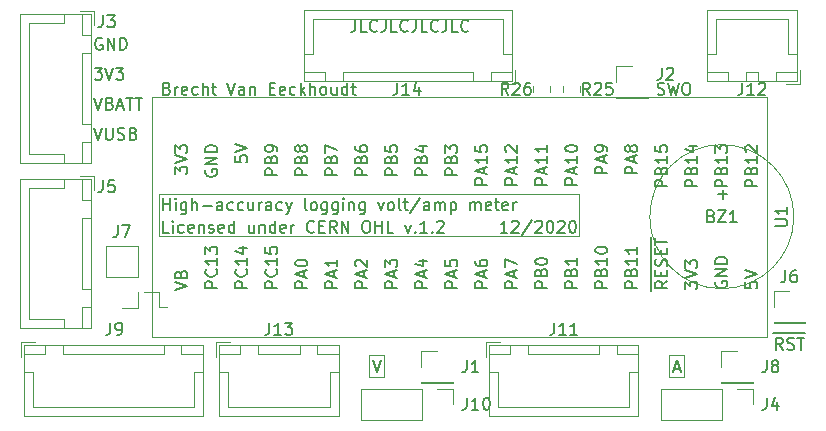
<source format=gbr>
G04 #@! TF.GenerationSoftware,KiCad,Pcbnew,5.1.5-52549c5~86~ubuntu19.04.1*
G04 #@! TF.CreationDate,2020-12-26T14:33:06+01:00*
G04 #@! TF.ProjectId,high-accuracy-logging-volt-ampmeter,68696768-2d61-4636-9375-726163792d6c,v1.0*
G04 #@! TF.SameCoordinates,Original*
G04 #@! TF.FileFunction,Legend,Top*
G04 #@! TF.FilePolarity,Positive*
%FSLAX46Y46*%
G04 Gerber Fmt 4.6, Leading zero omitted, Abs format (unit mm)*
G04 Created by KiCad (PCBNEW 5.1.5-52549c5~86~ubuntu19.04.1) date 2020-12-26 14:33:06*
%MOMM*%
%LPD*%
G04 APERTURE LIST*
%ADD10C,0.150000*%
%ADD11C,0.120000*%
G04 APERTURE END LIST*
D10*
X136604952Y-74128380D02*
X136604952Y-74842666D01*
X136557333Y-74985523D01*
X136462095Y-75080761D01*
X136319238Y-75128380D01*
X136224000Y-75128380D01*
X137557333Y-75128380D02*
X137081142Y-75128380D01*
X137081142Y-74128380D01*
X138462095Y-75033142D02*
X138414476Y-75080761D01*
X138271619Y-75128380D01*
X138176380Y-75128380D01*
X138033523Y-75080761D01*
X137938285Y-74985523D01*
X137890666Y-74890285D01*
X137843047Y-74699809D01*
X137843047Y-74556952D01*
X137890666Y-74366476D01*
X137938285Y-74271238D01*
X138033523Y-74176000D01*
X138176380Y-74128380D01*
X138271619Y-74128380D01*
X138414476Y-74176000D01*
X138462095Y-74223619D01*
X139176380Y-74128380D02*
X139176380Y-74842666D01*
X139128761Y-74985523D01*
X139033523Y-75080761D01*
X138890666Y-75128380D01*
X138795428Y-75128380D01*
X140128761Y-75128380D02*
X139652571Y-75128380D01*
X139652571Y-74128380D01*
X141033523Y-75033142D02*
X140985904Y-75080761D01*
X140843047Y-75128380D01*
X140747809Y-75128380D01*
X140604952Y-75080761D01*
X140509714Y-74985523D01*
X140462095Y-74890285D01*
X140414476Y-74699809D01*
X140414476Y-74556952D01*
X140462095Y-74366476D01*
X140509714Y-74271238D01*
X140604952Y-74176000D01*
X140747809Y-74128380D01*
X140843047Y-74128380D01*
X140985904Y-74176000D01*
X141033523Y-74223619D01*
X141747809Y-74128380D02*
X141747809Y-74842666D01*
X141700190Y-74985523D01*
X141604952Y-75080761D01*
X141462095Y-75128380D01*
X141366857Y-75128380D01*
X142700190Y-75128380D02*
X142224000Y-75128380D01*
X142224000Y-74128380D01*
X143604952Y-75033142D02*
X143557333Y-75080761D01*
X143414476Y-75128380D01*
X143319238Y-75128380D01*
X143176380Y-75080761D01*
X143081142Y-74985523D01*
X143033523Y-74890285D01*
X142985904Y-74699809D01*
X142985904Y-74556952D01*
X143033523Y-74366476D01*
X143081142Y-74271238D01*
X143176380Y-74176000D01*
X143319238Y-74128380D01*
X143414476Y-74128380D01*
X143557333Y-74176000D01*
X143604952Y-74223619D01*
X144319238Y-74128380D02*
X144319238Y-74842666D01*
X144271619Y-74985523D01*
X144176380Y-75080761D01*
X144033523Y-75128380D01*
X143938285Y-75128380D01*
X145271619Y-75128380D02*
X144795428Y-75128380D01*
X144795428Y-74128380D01*
X146176380Y-75033142D02*
X146128761Y-75080761D01*
X145985904Y-75128380D01*
X145890666Y-75128380D01*
X145747809Y-75080761D01*
X145652571Y-74985523D01*
X145604952Y-74890285D01*
X145557333Y-74699809D01*
X145557333Y-74556952D01*
X145604952Y-74366476D01*
X145652571Y-74271238D01*
X145747809Y-74176000D01*
X145890666Y-74128380D01*
X145985904Y-74128380D01*
X146128761Y-74176000D01*
X146176380Y-74223619D01*
D11*
X120015000Y-98425000D02*
X120650000Y-98425000D01*
X120015000Y-97155000D02*
X120015000Y-98425000D01*
X118745000Y-97155000D02*
X120015000Y-97155000D01*
D10*
X120683928Y-79938571D02*
X120826785Y-79986190D01*
X120874404Y-80033809D01*
X120922023Y-80129047D01*
X120922023Y-80271904D01*
X120874404Y-80367142D01*
X120826785Y-80414761D01*
X120731547Y-80462380D01*
X120350595Y-80462380D01*
X120350595Y-79462380D01*
X120683928Y-79462380D01*
X120779166Y-79510000D01*
X120826785Y-79557619D01*
X120874404Y-79652857D01*
X120874404Y-79748095D01*
X120826785Y-79843333D01*
X120779166Y-79890952D01*
X120683928Y-79938571D01*
X120350595Y-79938571D01*
X121350595Y-80462380D02*
X121350595Y-79795714D01*
X121350595Y-79986190D02*
X121398214Y-79890952D01*
X121445833Y-79843333D01*
X121541071Y-79795714D01*
X121636309Y-79795714D01*
X122350595Y-80414761D02*
X122255357Y-80462380D01*
X122064880Y-80462380D01*
X121969642Y-80414761D01*
X121922023Y-80319523D01*
X121922023Y-79938571D01*
X121969642Y-79843333D01*
X122064880Y-79795714D01*
X122255357Y-79795714D01*
X122350595Y-79843333D01*
X122398214Y-79938571D01*
X122398214Y-80033809D01*
X121922023Y-80129047D01*
X123255357Y-80414761D02*
X123160119Y-80462380D01*
X122969642Y-80462380D01*
X122874404Y-80414761D01*
X122826785Y-80367142D01*
X122779166Y-80271904D01*
X122779166Y-79986190D01*
X122826785Y-79890952D01*
X122874404Y-79843333D01*
X122969642Y-79795714D01*
X123160119Y-79795714D01*
X123255357Y-79843333D01*
X123683928Y-80462380D02*
X123683928Y-79462380D01*
X124112500Y-80462380D02*
X124112500Y-79938571D01*
X124064880Y-79843333D01*
X123969642Y-79795714D01*
X123826785Y-79795714D01*
X123731547Y-79843333D01*
X123683928Y-79890952D01*
X124445833Y-79795714D02*
X124826785Y-79795714D01*
X124588690Y-79462380D02*
X124588690Y-80319523D01*
X124636309Y-80414761D01*
X124731547Y-80462380D01*
X124826785Y-80462380D01*
X125779166Y-79462380D02*
X126112500Y-80462380D01*
X126445833Y-79462380D01*
X127207738Y-80462380D02*
X127207738Y-79938571D01*
X127160119Y-79843333D01*
X127064880Y-79795714D01*
X126874404Y-79795714D01*
X126779166Y-79843333D01*
X127207738Y-80414761D02*
X127112500Y-80462380D01*
X126874404Y-80462380D01*
X126779166Y-80414761D01*
X126731547Y-80319523D01*
X126731547Y-80224285D01*
X126779166Y-80129047D01*
X126874404Y-80081428D01*
X127112500Y-80081428D01*
X127207738Y-80033809D01*
X127683928Y-79795714D02*
X127683928Y-80462380D01*
X127683928Y-79890952D02*
X127731547Y-79843333D01*
X127826785Y-79795714D01*
X127969642Y-79795714D01*
X128064880Y-79843333D01*
X128112500Y-79938571D01*
X128112500Y-80462380D01*
X129350595Y-79938571D02*
X129683928Y-79938571D01*
X129826785Y-80462380D02*
X129350595Y-80462380D01*
X129350595Y-79462380D01*
X129826785Y-79462380D01*
X130636309Y-80414761D02*
X130541071Y-80462380D01*
X130350595Y-80462380D01*
X130255357Y-80414761D01*
X130207738Y-80319523D01*
X130207738Y-79938571D01*
X130255357Y-79843333D01*
X130350595Y-79795714D01*
X130541071Y-79795714D01*
X130636309Y-79843333D01*
X130683928Y-79938571D01*
X130683928Y-80033809D01*
X130207738Y-80129047D01*
X131541071Y-80414761D02*
X131445833Y-80462380D01*
X131255357Y-80462380D01*
X131160119Y-80414761D01*
X131112500Y-80367142D01*
X131064880Y-80271904D01*
X131064880Y-79986190D01*
X131112500Y-79890952D01*
X131160119Y-79843333D01*
X131255357Y-79795714D01*
X131445833Y-79795714D01*
X131541071Y-79843333D01*
X131969642Y-80462380D02*
X131969642Y-79462380D01*
X132064880Y-80081428D02*
X132350595Y-80462380D01*
X132350595Y-79795714D02*
X131969642Y-80176666D01*
X132779166Y-80462380D02*
X132779166Y-79462380D01*
X133207738Y-80462380D02*
X133207738Y-79938571D01*
X133160119Y-79843333D01*
X133064880Y-79795714D01*
X132922023Y-79795714D01*
X132826785Y-79843333D01*
X132779166Y-79890952D01*
X133826785Y-80462380D02*
X133731547Y-80414761D01*
X133683928Y-80367142D01*
X133636309Y-80271904D01*
X133636309Y-79986190D01*
X133683928Y-79890952D01*
X133731547Y-79843333D01*
X133826785Y-79795714D01*
X133969642Y-79795714D01*
X134064880Y-79843333D01*
X134112500Y-79890952D01*
X134160119Y-79986190D01*
X134160119Y-80271904D01*
X134112500Y-80367142D01*
X134064880Y-80414761D01*
X133969642Y-80462380D01*
X133826785Y-80462380D01*
X135017261Y-79795714D02*
X135017261Y-80462380D01*
X134588690Y-79795714D02*
X134588690Y-80319523D01*
X134636309Y-80414761D01*
X134731547Y-80462380D01*
X134874404Y-80462380D01*
X134969642Y-80414761D01*
X135017261Y-80367142D01*
X135922023Y-80462380D02*
X135922023Y-79462380D01*
X135922023Y-80414761D02*
X135826785Y-80462380D01*
X135636309Y-80462380D01*
X135541071Y-80414761D01*
X135493452Y-80367142D01*
X135445833Y-80271904D01*
X135445833Y-79986190D01*
X135493452Y-79890952D01*
X135541071Y-79843333D01*
X135636309Y-79795714D01*
X135826785Y-79795714D01*
X135922023Y-79843333D01*
X136255357Y-79795714D02*
X136636309Y-79795714D01*
X136398214Y-79462380D02*
X136398214Y-80319523D01*
X136445833Y-80414761D01*
X136541071Y-80462380D01*
X136636309Y-80462380D01*
D11*
X155575000Y-92456000D02*
X155575000Y-88900000D01*
X120015000Y-92456000D02*
X155575000Y-92456000D01*
X120015000Y-88900000D02*
X155575000Y-88900000D01*
X120015000Y-88900000D02*
X120015000Y-92456000D01*
D10*
X120826785Y-92146380D02*
X120350595Y-92146380D01*
X120350595Y-91146380D01*
X121160119Y-92146380D02*
X121160119Y-91479714D01*
X121160119Y-91146380D02*
X121112500Y-91194000D01*
X121160119Y-91241619D01*
X121207738Y-91194000D01*
X121160119Y-91146380D01*
X121160119Y-91241619D01*
X122064880Y-92098761D02*
X121969642Y-92146380D01*
X121779166Y-92146380D01*
X121683928Y-92098761D01*
X121636309Y-92051142D01*
X121588690Y-91955904D01*
X121588690Y-91670190D01*
X121636309Y-91574952D01*
X121683928Y-91527333D01*
X121779166Y-91479714D01*
X121969642Y-91479714D01*
X122064880Y-91527333D01*
X122874404Y-92098761D02*
X122779166Y-92146380D01*
X122588690Y-92146380D01*
X122493452Y-92098761D01*
X122445833Y-92003523D01*
X122445833Y-91622571D01*
X122493452Y-91527333D01*
X122588690Y-91479714D01*
X122779166Y-91479714D01*
X122874404Y-91527333D01*
X122922023Y-91622571D01*
X122922023Y-91717809D01*
X122445833Y-91813047D01*
X123350595Y-91479714D02*
X123350595Y-92146380D01*
X123350595Y-91574952D02*
X123398214Y-91527333D01*
X123493452Y-91479714D01*
X123636309Y-91479714D01*
X123731547Y-91527333D01*
X123779166Y-91622571D01*
X123779166Y-92146380D01*
X124207738Y-92098761D02*
X124302976Y-92146380D01*
X124493452Y-92146380D01*
X124588690Y-92098761D01*
X124636309Y-92003523D01*
X124636309Y-91955904D01*
X124588690Y-91860666D01*
X124493452Y-91813047D01*
X124350595Y-91813047D01*
X124255357Y-91765428D01*
X124207738Y-91670190D01*
X124207738Y-91622571D01*
X124255357Y-91527333D01*
X124350595Y-91479714D01*
X124493452Y-91479714D01*
X124588690Y-91527333D01*
X125445833Y-92098761D02*
X125350595Y-92146380D01*
X125160119Y-92146380D01*
X125064880Y-92098761D01*
X125017261Y-92003523D01*
X125017261Y-91622571D01*
X125064880Y-91527333D01*
X125160119Y-91479714D01*
X125350595Y-91479714D01*
X125445833Y-91527333D01*
X125493452Y-91622571D01*
X125493452Y-91717809D01*
X125017261Y-91813047D01*
X126350595Y-92146380D02*
X126350595Y-91146380D01*
X126350595Y-92098761D02*
X126255357Y-92146380D01*
X126064880Y-92146380D01*
X125969642Y-92098761D01*
X125922023Y-92051142D01*
X125874404Y-91955904D01*
X125874404Y-91670190D01*
X125922023Y-91574952D01*
X125969642Y-91527333D01*
X126064880Y-91479714D01*
X126255357Y-91479714D01*
X126350595Y-91527333D01*
X128017261Y-91479714D02*
X128017261Y-92146380D01*
X127588690Y-91479714D02*
X127588690Y-92003523D01*
X127636309Y-92098761D01*
X127731547Y-92146380D01*
X127874404Y-92146380D01*
X127969642Y-92098761D01*
X128017261Y-92051142D01*
X128493452Y-91479714D02*
X128493452Y-92146380D01*
X128493452Y-91574952D02*
X128541071Y-91527333D01*
X128636309Y-91479714D01*
X128779166Y-91479714D01*
X128874404Y-91527333D01*
X128922023Y-91622571D01*
X128922023Y-92146380D01*
X129826785Y-92146380D02*
X129826785Y-91146380D01*
X129826785Y-92098761D02*
X129731547Y-92146380D01*
X129541071Y-92146380D01*
X129445833Y-92098761D01*
X129398214Y-92051142D01*
X129350595Y-91955904D01*
X129350595Y-91670190D01*
X129398214Y-91574952D01*
X129445833Y-91527333D01*
X129541071Y-91479714D01*
X129731547Y-91479714D01*
X129826785Y-91527333D01*
X130683928Y-92098761D02*
X130588690Y-92146380D01*
X130398214Y-92146380D01*
X130302976Y-92098761D01*
X130255357Y-92003523D01*
X130255357Y-91622571D01*
X130302976Y-91527333D01*
X130398214Y-91479714D01*
X130588690Y-91479714D01*
X130683928Y-91527333D01*
X130731547Y-91622571D01*
X130731547Y-91717809D01*
X130255357Y-91813047D01*
X131160119Y-92146380D02*
X131160119Y-91479714D01*
X131160119Y-91670190D02*
X131207738Y-91574952D01*
X131255357Y-91527333D01*
X131350595Y-91479714D01*
X131445833Y-91479714D01*
X133112500Y-92051142D02*
X133064880Y-92098761D01*
X132922023Y-92146380D01*
X132826785Y-92146380D01*
X132683928Y-92098761D01*
X132588690Y-92003523D01*
X132541071Y-91908285D01*
X132493452Y-91717809D01*
X132493452Y-91574952D01*
X132541071Y-91384476D01*
X132588690Y-91289238D01*
X132683928Y-91194000D01*
X132826785Y-91146380D01*
X132922023Y-91146380D01*
X133064880Y-91194000D01*
X133112500Y-91241619D01*
X133541071Y-91622571D02*
X133874404Y-91622571D01*
X134017261Y-92146380D02*
X133541071Y-92146380D01*
X133541071Y-91146380D01*
X134017261Y-91146380D01*
X135017261Y-92146380D02*
X134683928Y-91670190D01*
X134445833Y-92146380D02*
X134445833Y-91146380D01*
X134826785Y-91146380D01*
X134922023Y-91194000D01*
X134969642Y-91241619D01*
X135017261Y-91336857D01*
X135017261Y-91479714D01*
X134969642Y-91574952D01*
X134922023Y-91622571D01*
X134826785Y-91670190D01*
X134445833Y-91670190D01*
X135445833Y-92146380D02*
X135445833Y-91146380D01*
X136017261Y-92146380D01*
X136017261Y-91146380D01*
X137445833Y-91146380D02*
X137636309Y-91146380D01*
X137731547Y-91194000D01*
X137826785Y-91289238D01*
X137874404Y-91479714D01*
X137874404Y-91813047D01*
X137826785Y-92003523D01*
X137731547Y-92098761D01*
X137636309Y-92146380D01*
X137445833Y-92146380D01*
X137350595Y-92098761D01*
X137255357Y-92003523D01*
X137207738Y-91813047D01*
X137207738Y-91479714D01*
X137255357Y-91289238D01*
X137350595Y-91194000D01*
X137445833Y-91146380D01*
X138302976Y-92146380D02*
X138302976Y-91146380D01*
X138302976Y-91622571D02*
X138874404Y-91622571D01*
X138874404Y-92146380D02*
X138874404Y-91146380D01*
X139826785Y-92146380D02*
X139350595Y-92146380D01*
X139350595Y-91146380D01*
X140826785Y-91479714D02*
X141064880Y-92146380D01*
X141302976Y-91479714D01*
X141683928Y-92051142D02*
X141731547Y-92098761D01*
X141683928Y-92146380D01*
X141636309Y-92098761D01*
X141683928Y-92051142D01*
X141683928Y-92146380D01*
X142683928Y-92146380D02*
X142112500Y-92146380D01*
X142398214Y-92146380D02*
X142398214Y-91146380D01*
X142302976Y-91289238D01*
X142207738Y-91384476D01*
X142112500Y-91432095D01*
X143112500Y-92051142D02*
X143160119Y-92098761D01*
X143112500Y-92146380D01*
X143064880Y-92098761D01*
X143112500Y-92051142D01*
X143112500Y-92146380D01*
X143541071Y-91241619D02*
X143588690Y-91194000D01*
X143683928Y-91146380D01*
X143922023Y-91146380D01*
X144017261Y-91194000D01*
X144064880Y-91241619D01*
X144112500Y-91336857D01*
X144112500Y-91432095D01*
X144064880Y-91574952D01*
X143493452Y-92146380D01*
X144112500Y-92146380D01*
X149477500Y-92146380D02*
X148906071Y-92146380D01*
X149191785Y-92146380D02*
X149191785Y-91146380D01*
X149096547Y-91289238D01*
X149001309Y-91384476D01*
X148906071Y-91432095D01*
X149858452Y-91241619D02*
X149906071Y-91194000D01*
X150001309Y-91146380D01*
X150239404Y-91146380D01*
X150334642Y-91194000D01*
X150382261Y-91241619D01*
X150429880Y-91336857D01*
X150429880Y-91432095D01*
X150382261Y-91574952D01*
X149810833Y-92146380D01*
X150429880Y-92146380D01*
X151572738Y-91098761D02*
X150715595Y-92384476D01*
X151858452Y-91241619D02*
X151906071Y-91194000D01*
X152001309Y-91146380D01*
X152239404Y-91146380D01*
X152334642Y-91194000D01*
X152382261Y-91241619D01*
X152429880Y-91336857D01*
X152429880Y-91432095D01*
X152382261Y-91574952D01*
X151810833Y-92146380D01*
X152429880Y-92146380D01*
X153048928Y-91146380D02*
X153144166Y-91146380D01*
X153239404Y-91194000D01*
X153287023Y-91241619D01*
X153334642Y-91336857D01*
X153382261Y-91527333D01*
X153382261Y-91765428D01*
X153334642Y-91955904D01*
X153287023Y-92051142D01*
X153239404Y-92098761D01*
X153144166Y-92146380D01*
X153048928Y-92146380D01*
X152953690Y-92098761D01*
X152906071Y-92051142D01*
X152858452Y-91955904D01*
X152810833Y-91765428D01*
X152810833Y-91527333D01*
X152858452Y-91336857D01*
X152906071Y-91241619D01*
X152953690Y-91194000D01*
X153048928Y-91146380D01*
X153763214Y-91241619D02*
X153810833Y-91194000D01*
X153906071Y-91146380D01*
X154144166Y-91146380D01*
X154239404Y-91194000D01*
X154287023Y-91241619D01*
X154334642Y-91336857D01*
X154334642Y-91432095D01*
X154287023Y-91574952D01*
X153715595Y-92146380D01*
X154334642Y-92146380D01*
X154953690Y-91146380D02*
X155048928Y-91146380D01*
X155144166Y-91194000D01*
X155191785Y-91241619D01*
X155239404Y-91336857D01*
X155287023Y-91527333D01*
X155287023Y-91765428D01*
X155239404Y-91955904D01*
X155191785Y-92051142D01*
X155144166Y-92098761D01*
X155048928Y-92146380D01*
X154953690Y-92146380D01*
X154858452Y-92098761D01*
X154810833Y-92051142D01*
X154763214Y-91955904D01*
X154715595Y-91765428D01*
X154715595Y-91527333D01*
X154763214Y-91336857D01*
X154810833Y-91241619D01*
X154858452Y-91194000D01*
X154953690Y-91146380D01*
X120350595Y-90241380D02*
X120350595Y-89241380D01*
X120350595Y-89717571D02*
X120922023Y-89717571D01*
X120922023Y-90241380D02*
X120922023Y-89241380D01*
X121398214Y-90241380D02*
X121398214Y-89574714D01*
X121398214Y-89241380D02*
X121350595Y-89289000D01*
X121398214Y-89336619D01*
X121445833Y-89289000D01*
X121398214Y-89241380D01*
X121398214Y-89336619D01*
X122302976Y-89574714D02*
X122302976Y-90384238D01*
X122255357Y-90479476D01*
X122207738Y-90527095D01*
X122112500Y-90574714D01*
X121969642Y-90574714D01*
X121874404Y-90527095D01*
X122302976Y-90193761D02*
X122207738Y-90241380D01*
X122017261Y-90241380D01*
X121922023Y-90193761D01*
X121874404Y-90146142D01*
X121826785Y-90050904D01*
X121826785Y-89765190D01*
X121874404Y-89669952D01*
X121922023Y-89622333D01*
X122017261Y-89574714D01*
X122207738Y-89574714D01*
X122302976Y-89622333D01*
X122779166Y-90241380D02*
X122779166Y-89241380D01*
X123207738Y-90241380D02*
X123207738Y-89717571D01*
X123160119Y-89622333D01*
X123064880Y-89574714D01*
X122922023Y-89574714D01*
X122826785Y-89622333D01*
X122779166Y-89669952D01*
X123683928Y-89860428D02*
X124445833Y-89860428D01*
X125350595Y-90241380D02*
X125350595Y-89717571D01*
X125302976Y-89622333D01*
X125207738Y-89574714D01*
X125017261Y-89574714D01*
X124922023Y-89622333D01*
X125350595Y-90193761D02*
X125255357Y-90241380D01*
X125017261Y-90241380D01*
X124922023Y-90193761D01*
X124874404Y-90098523D01*
X124874404Y-90003285D01*
X124922023Y-89908047D01*
X125017261Y-89860428D01*
X125255357Y-89860428D01*
X125350595Y-89812809D01*
X126255357Y-90193761D02*
X126160119Y-90241380D01*
X125969642Y-90241380D01*
X125874404Y-90193761D01*
X125826785Y-90146142D01*
X125779166Y-90050904D01*
X125779166Y-89765190D01*
X125826785Y-89669952D01*
X125874404Y-89622333D01*
X125969642Y-89574714D01*
X126160119Y-89574714D01*
X126255357Y-89622333D01*
X127112500Y-90193761D02*
X127017261Y-90241380D01*
X126826785Y-90241380D01*
X126731547Y-90193761D01*
X126683928Y-90146142D01*
X126636309Y-90050904D01*
X126636309Y-89765190D01*
X126683928Y-89669952D01*
X126731547Y-89622333D01*
X126826785Y-89574714D01*
X127017261Y-89574714D01*
X127112500Y-89622333D01*
X127969642Y-89574714D02*
X127969642Y-90241380D01*
X127541071Y-89574714D02*
X127541071Y-90098523D01*
X127588690Y-90193761D01*
X127683928Y-90241380D01*
X127826785Y-90241380D01*
X127922023Y-90193761D01*
X127969642Y-90146142D01*
X128445833Y-90241380D02*
X128445833Y-89574714D01*
X128445833Y-89765190D02*
X128493452Y-89669952D01*
X128541071Y-89622333D01*
X128636309Y-89574714D01*
X128731547Y-89574714D01*
X129493452Y-90241380D02*
X129493452Y-89717571D01*
X129445833Y-89622333D01*
X129350595Y-89574714D01*
X129160119Y-89574714D01*
X129064880Y-89622333D01*
X129493452Y-90193761D02*
X129398214Y-90241380D01*
X129160119Y-90241380D01*
X129064880Y-90193761D01*
X129017261Y-90098523D01*
X129017261Y-90003285D01*
X129064880Y-89908047D01*
X129160119Y-89860428D01*
X129398214Y-89860428D01*
X129493452Y-89812809D01*
X130398214Y-90193761D02*
X130302976Y-90241380D01*
X130112500Y-90241380D01*
X130017261Y-90193761D01*
X129969642Y-90146142D01*
X129922023Y-90050904D01*
X129922023Y-89765190D01*
X129969642Y-89669952D01*
X130017261Y-89622333D01*
X130112500Y-89574714D01*
X130302976Y-89574714D01*
X130398214Y-89622333D01*
X130731547Y-89574714D02*
X130969642Y-90241380D01*
X131207738Y-89574714D02*
X130969642Y-90241380D01*
X130874404Y-90479476D01*
X130826785Y-90527095D01*
X130731547Y-90574714D01*
X132493452Y-90241380D02*
X132398214Y-90193761D01*
X132350595Y-90098523D01*
X132350595Y-89241380D01*
X133017261Y-90241380D02*
X132922023Y-90193761D01*
X132874404Y-90146142D01*
X132826785Y-90050904D01*
X132826785Y-89765190D01*
X132874404Y-89669952D01*
X132922023Y-89622333D01*
X133017261Y-89574714D01*
X133160119Y-89574714D01*
X133255357Y-89622333D01*
X133302976Y-89669952D01*
X133350595Y-89765190D01*
X133350595Y-90050904D01*
X133302976Y-90146142D01*
X133255357Y-90193761D01*
X133160119Y-90241380D01*
X133017261Y-90241380D01*
X134207738Y-89574714D02*
X134207738Y-90384238D01*
X134160119Y-90479476D01*
X134112500Y-90527095D01*
X134017261Y-90574714D01*
X133874404Y-90574714D01*
X133779166Y-90527095D01*
X134207738Y-90193761D02*
X134112500Y-90241380D01*
X133922023Y-90241380D01*
X133826785Y-90193761D01*
X133779166Y-90146142D01*
X133731547Y-90050904D01*
X133731547Y-89765190D01*
X133779166Y-89669952D01*
X133826785Y-89622333D01*
X133922023Y-89574714D01*
X134112500Y-89574714D01*
X134207738Y-89622333D01*
X135112500Y-89574714D02*
X135112500Y-90384238D01*
X135064880Y-90479476D01*
X135017261Y-90527095D01*
X134922023Y-90574714D01*
X134779166Y-90574714D01*
X134683928Y-90527095D01*
X135112500Y-90193761D02*
X135017261Y-90241380D01*
X134826785Y-90241380D01*
X134731547Y-90193761D01*
X134683928Y-90146142D01*
X134636309Y-90050904D01*
X134636309Y-89765190D01*
X134683928Y-89669952D01*
X134731547Y-89622333D01*
X134826785Y-89574714D01*
X135017261Y-89574714D01*
X135112500Y-89622333D01*
X135588690Y-90241380D02*
X135588690Y-89574714D01*
X135588690Y-89241380D02*
X135541071Y-89289000D01*
X135588690Y-89336619D01*
X135636309Y-89289000D01*
X135588690Y-89241380D01*
X135588690Y-89336619D01*
X136064880Y-89574714D02*
X136064880Y-90241380D01*
X136064880Y-89669952D02*
X136112500Y-89622333D01*
X136207738Y-89574714D01*
X136350595Y-89574714D01*
X136445833Y-89622333D01*
X136493452Y-89717571D01*
X136493452Y-90241380D01*
X137398214Y-89574714D02*
X137398214Y-90384238D01*
X137350595Y-90479476D01*
X137302976Y-90527095D01*
X137207738Y-90574714D01*
X137064880Y-90574714D01*
X136969642Y-90527095D01*
X137398214Y-90193761D02*
X137302976Y-90241380D01*
X137112500Y-90241380D01*
X137017261Y-90193761D01*
X136969642Y-90146142D01*
X136922023Y-90050904D01*
X136922023Y-89765190D01*
X136969642Y-89669952D01*
X137017261Y-89622333D01*
X137112500Y-89574714D01*
X137302976Y-89574714D01*
X137398214Y-89622333D01*
X138541071Y-89574714D02*
X138779166Y-90241380D01*
X139017261Y-89574714D01*
X139541071Y-90241380D02*
X139445833Y-90193761D01*
X139398214Y-90146142D01*
X139350595Y-90050904D01*
X139350595Y-89765190D01*
X139398214Y-89669952D01*
X139445833Y-89622333D01*
X139541071Y-89574714D01*
X139683928Y-89574714D01*
X139779166Y-89622333D01*
X139826785Y-89669952D01*
X139874404Y-89765190D01*
X139874404Y-90050904D01*
X139826785Y-90146142D01*
X139779166Y-90193761D01*
X139683928Y-90241380D01*
X139541071Y-90241380D01*
X140445833Y-90241380D02*
X140350595Y-90193761D01*
X140302976Y-90098523D01*
X140302976Y-89241380D01*
X140683928Y-89574714D02*
X141064880Y-89574714D01*
X140826785Y-89241380D02*
X140826785Y-90098523D01*
X140874404Y-90193761D01*
X140969642Y-90241380D01*
X141064880Y-90241380D01*
X142112500Y-89193761D02*
X141255357Y-90479476D01*
X142874404Y-90241380D02*
X142874404Y-89717571D01*
X142826785Y-89622333D01*
X142731547Y-89574714D01*
X142541071Y-89574714D01*
X142445833Y-89622333D01*
X142874404Y-90193761D02*
X142779166Y-90241380D01*
X142541071Y-90241380D01*
X142445833Y-90193761D01*
X142398214Y-90098523D01*
X142398214Y-90003285D01*
X142445833Y-89908047D01*
X142541071Y-89860428D01*
X142779166Y-89860428D01*
X142874404Y-89812809D01*
X143350595Y-90241380D02*
X143350595Y-89574714D01*
X143350595Y-89669952D02*
X143398214Y-89622333D01*
X143493452Y-89574714D01*
X143636309Y-89574714D01*
X143731547Y-89622333D01*
X143779166Y-89717571D01*
X143779166Y-90241380D01*
X143779166Y-89717571D02*
X143826785Y-89622333D01*
X143922023Y-89574714D01*
X144064880Y-89574714D01*
X144160119Y-89622333D01*
X144207738Y-89717571D01*
X144207738Y-90241380D01*
X144683928Y-89574714D02*
X144683928Y-90574714D01*
X144683928Y-89622333D02*
X144779166Y-89574714D01*
X144969642Y-89574714D01*
X145064880Y-89622333D01*
X145112500Y-89669952D01*
X145160119Y-89765190D01*
X145160119Y-90050904D01*
X145112500Y-90146142D01*
X145064880Y-90193761D01*
X144969642Y-90241380D01*
X144779166Y-90241380D01*
X144683928Y-90193761D01*
X146350595Y-90241380D02*
X146350595Y-89574714D01*
X146350595Y-89669952D02*
X146398214Y-89622333D01*
X146493452Y-89574714D01*
X146636309Y-89574714D01*
X146731547Y-89622333D01*
X146779166Y-89717571D01*
X146779166Y-90241380D01*
X146779166Y-89717571D02*
X146826785Y-89622333D01*
X146922023Y-89574714D01*
X147064880Y-89574714D01*
X147160119Y-89622333D01*
X147207738Y-89717571D01*
X147207738Y-90241380D01*
X148064880Y-90193761D02*
X147969642Y-90241380D01*
X147779166Y-90241380D01*
X147683928Y-90193761D01*
X147636309Y-90098523D01*
X147636309Y-89717571D01*
X147683928Y-89622333D01*
X147779166Y-89574714D01*
X147969642Y-89574714D01*
X148064880Y-89622333D01*
X148112500Y-89717571D01*
X148112500Y-89812809D01*
X147636309Y-89908047D01*
X148398214Y-89574714D02*
X148779166Y-89574714D01*
X148541071Y-89241380D02*
X148541071Y-90098523D01*
X148588690Y-90193761D01*
X148683928Y-90241380D01*
X148779166Y-90241380D01*
X149493452Y-90193761D02*
X149398214Y-90241380D01*
X149207738Y-90241380D01*
X149112500Y-90193761D01*
X149064880Y-90098523D01*
X149064880Y-89717571D01*
X149112500Y-89622333D01*
X149207738Y-89574714D01*
X149398214Y-89574714D01*
X149493452Y-89622333D01*
X149541071Y-89717571D01*
X149541071Y-89812809D01*
X149064880Y-89908047D01*
X149969642Y-90241380D02*
X149969642Y-89574714D01*
X149969642Y-89765190D02*
X150017261Y-89669952D01*
X150064880Y-89622333D01*
X150160119Y-89574714D01*
X150255357Y-89574714D01*
X162212976Y-80414761D02*
X162355833Y-80462380D01*
X162593928Y-80462380D01*
X162689166Y-80414761D01*
X162736785Y-80367142D01*
X162784404Y-80271904D01*
X162784404Y-80176666D01*
X162736785Y-80081428D01*
X162689166Y-80033809D01*
X162593928Y-79986190D01*
X162403452Y-79938571D01*
X162308214Y-79890952D01*
X162260595Y-79843333D01*
X162212976Y-79748095D01*
X162212976Y-79652857D01*
X162260595Y-79557619D01*
X162308214Y-79510000D01*
X162403452Y-79462380D01*
X162641547Y-79462380D01*
X162784404Y-79510000D01*
X163117738Y-79462380D02*
X163355833Y-80462380D01*
X163546309Y-79748095D01*
X163736785Y-80462380D01*
X163974880Y-79462380D01*
X164546309Y-79462380D02*
X164736785Y-79462380D01*
X164832023Y-79510000D01*
X164927261Y-79605238D01*
X164974880Y-79795714D01*
X164974880Y-80129047D01*
X164927261Y-80319523D01*
X164832023Y-80414761D01*
X164736785Y-80462380D01*
X164546309Y-80462380D01*
X164451071Y-80414761D01*
X164355833Y-80319523D01*
X164308214Y-80129047D01*
X164308214Y-79795714D01*
X164355833Y-79605238D01*
X164451071Y-79510000D01*
X164546309Y-79462380D01*
X171997857Y-100685000D02*
X172997857Y-100685000D01*
X172807380Y-102052380D02*
X172474047Y-101576190D01*
X172235952Y-102052380D02*
X172235952Y-101052380D01*
X172616904Y-101052380D01*
X172712142Y-101100000D01*
X172759761Y-101147619D01*
X172807380Y-101242857D01*
X172807380Y-101385714D01*
X172759761Y-101480952D01*
X172712142Y-101528571D01*
X172616904Y-101576190D01*
X172235952Y-101576190D01*
X172997857Y-100685000D02*
X173950238Y-100685000D01*
X173188333Y-102004761D02*
X173331190Y-102052380D01*
X173569285Y-102052380D01*
X173664523Y-102004761D01*
X173712142Y-101957142D01*
X173759761Y-101861904D01*
X173759761Y-101766666D01*
X173712142Y-101671428D01*
X173664523Y-101623809D01*
X173569285Y-101576190D01*
X173378809Y-101528571D01*
X173283571Y-101480952D01*
X173235952Y-101433333D01*
X173188333Y-101338095D01*
X173188333Y-101242857D01*
X173235952Y-101147619D01*
X173283571Y-101100000D01*
X173378809Y-101052380D01*
X173616904Y-101052380D01*
X173759761Y-101100000D01*
X173950238Y-100685000D02*
X174712142Y-100685000D01*
X174045476Y-101052380D02*
X174616904Y-101052380D01*
X174331190Y-102052380D02*
X174331190Y-101052380D01*
D11*
X164465000Y-104394000D02*
X163195000Y-104394000D01*
X164465000Y-102489000D02*
X164465000Y-104394000D01*
X163195000Y-102489000D02*
X164465000Y-102489000D01*
X163195000Y-104394000D02*
X163195000Y-102489000D01*
X139065000Y-102489000D02*
X137795000Y-102489000D01*
X139065000Y-104394000D02*
X139065000Y-102489000D01*
X137795000Y-104394000D02*
X139065000Y-104394000D01*
X137795000Y-102489000D02*
X137795000Y-104394000D01*
D10*
X114492738Y-80732380D02*
X114826071Y-81732380D01*
X115159404Y-80732380D01*
X115826071Y-81208571D02*
X115968928Y-81256190D01*
X116016547Y-81303809D01*
X116064166Y-81399047D01*
X116064166Y-81541904D01*
X116016547Y-81637142D01*
X115968928Y-81684761D01*
X115873690Y-81732380D01*
X115492738Y-81732380D01*
X115492738Y-80732380D01*
X115826071Y-80732380D01*
X115921309Y-80780000D01*
X115968928Y-80827619D01*
X116016547Y-80922857D01*
X116016547Y-81018095D01*
X115968928Y-81113333D01*
X115921309Y-81160952D01*
X115826071Y-81208571D01*
X115492738Y-81208571D01*
X116445119Y-81446666D02*
X116921309Y-81446666D01*
X116349880Y-81732380D02*
X116683214Y-80732380D01*
X117016547Y-81732380D01*
X117207023Y-80732380D02*
X117778452Y-80732380D01*
X117492738Y-81732380D02*
X117492738Y-80732380D01*
X117968928Y-80732380D02*
X118540357Y-80732380D01*
X118254642Y-81732380D02*
X118254642Y-80732380D01*
X114540357Y-78192380D02*
X115159404Y-78192380D01*
X114826071Y-78573333D01*
X114968928Y-78573333D01*
X115064166Y-78620952D01*
X115111785Y-78668571D01*
X115159404Y-78763809D01*
X115159404Y-79001904D01*
X115111785Y-79097142D01*
X115064166Y-79144761D01*
X114968928Y-79192380D01*
X114683214Y-79192380D01*
X114587976Y-79144761D01*
X114540357Y-79097142D01*
X115445119Y-78192380D02*
X115778452Y-79192380D01*
X116111785Y-78192380D01*
X116349880Y-78192380D02*
X116968928Y-78192380D01*
X116635595Y-78573333D01*
X116778452Y-78573333D01*
X116873690Y-78620952D01*
X116921309Y-78668571D01*
X116968928Y-78763809D01*
X116968928Y-79001904D01*
X116921309Y-79097142D01*
X116873690Y-79144761D01*
X116778452Y-79192380D01*
X116492738Y-79192380D01*
X116397500Y-79144761D01*
X116349880Y-79097142D01*
X115159404Y-75700000D02*
X115064166Y-75652380D01*
X114921309Y-75652380D01*
X114778452Y-75700000D01*
X114683214Y-75795238D01*
X114635595Y-75890476D01*
X114587976Y-76080952D01*
X114587976Y-76223809D01*
X114635595Y-76414285D01*
X114683214Y-76509523D01*
X114778452Y-76604761D01*
X114921309Y-76652380D01*
X115016547Y-76652380D01*
X115159404Y-76604761D01*
X115207023Y-76557142D01*
X115207023Y-76223809D01*
X115016547Y-76223809D01*
X115635595Y-76652380D02*
X115635595Y-75652380D01*
X116207023Y-76652380D01*
X116207023Y-75652380D01*
X116683214Y-76652380D02*
X116683214Y-75652380D01*
X116921309Y-75652380D01*
X117064166Y-75700000D01*
X117159404Y-75795238D01*
X117207023Y-75890476D01*
X117254642Y-76080952D01*
X117254642Y-76223809D01*
X117207023Y-76414285D01*
X117159404Y-76509523D01*
X117064166Y-76604761D01*
X116921309Y-76652380D01*
X116683214Y-76652380D01*
X114492738Y-83272380D02*
X114826071Y-84272380D01*
X115159404Y-83272380D01*
X115492738Y-83272380D02*
X115492738Y-84081904D01*
X115540357Y-84177142D01*
X115587976Y-84224761D01*
X115683214Y-84272380D01*
X115873690Y-84272380D01*
X115968928Y-84224761D01*
X116016547Y-84177142D01*
X116064166Y-84081904D01*
X116064166Y-83272380D01*
X116492738Y-84224761D02*
X116635595Y-84272380D01*
X116873690Y-84272380D01*
X116968928Y-84224761D01*
X117016547Y-84177142D01*
X117064166Y-84081904D01*
X117064166Y-83986666D01*
X117016547Y-83891428D01*
X116968928Y-83843809D01*
X116873690Y-83796190D01*
X116683214Y-83748571D01*
X116587976Y-83700952D01*
X116540357Y-83653333D01*
X116492738Y-83558095D01*
X116492738Y-83462857D01*
X116540357Y-83367619D01*
X116587976Y-83320000D01*
X116683214Y-83272380D01*
X116921309Y-83272380D01*
X117064166Y-83320000D01*
X117826071Y-83748571D02*
X117968928Y-83796190D01*
X118016547Y-83843809D01*
X118064166Y-83939047D01*
X118064166Y-84081904D01*
X118016547Y-84177142D01*
X117968928Y-84224761D01*
X117873690Y-84272380D01*
X117492738Y-84272380D01*
X117492738Y-83272380D01*
X117826071Y-83272380D01*
X117921309Y-83320000D01*
X117968928Y-83367619D01*
X118016547Y-83462857D01*
X118016547Y-83558095D01*
X117968928Y-83653333D01*
X117921309Y-83700952D01*
X117826071Y-83748571D01*
X117492738Y-83748571D01*
X163591904Y-103671666D02*
X164068095Y-103671666D01*
X163496666Y-103957380D02*
X163830000Y-102957380D01*
X164163333Y-103957380D01*
X138096666Y-102957380D02*
X138430000Y-103957380D01*
X138763333Y-102957380D01*
D11*
X118170000Y-98485000D02*
X116840000Y-98485000D01*
X118170000Y-97155000D02*
X118170000Y-98485000D01*
X118170000Y-95885000D02*
X115510000Y-95885000D01*
X115510000Y-95885000D02*
X115510000Y-93285000D01*
X118170000Y-95885000D02*
X118170000Y-93285000D01*
X118170000Y-93285000D02*
X115510000Y-93285000D01*
X173740000Y-90795000D02*
G75*
G03X173740000Y-90795000I-6100000J0D01*
G01*
X171450000Y-100965000D02*
X171450000Y-80645000D01*
X171450000Y-80645000D02*
X119380000Y-80645000D01*
X119380000Y-100965000D02*
X119380000Y-80645000D01*
X171450000Y-100965000D02*
X119380000Y-100965000D01*
X147645000Y-101390000D02*
X147645000Y-102640000D01*
X148895000Y-101390000D02*
X147645000Y-101390000D01*
X159795000Y-106890000D02*
X154245000Y-106890000D01*
X159795000Y-103940000D02*
X159795000Y-106890000D01*
X160545000Y-103940000D02*
X159795000Y-103940000D01*
X148695000Y-106890000D02*
X154245000Y-106890000D01*
X148695000Y-103940000D02*
X148695000Y-106890000D01*
X147945000Y-103940000D02*
X148695000Y-103940000D01*
X160545000Y-101690000D02*
X158745000Y-101690000D01*
X160545000Y-102440000D02*
X160545000Y-101690000D01*
X158745000Y-102440000D02*
X160545000Y-102440000D01*
X158745000Y-101690000D02*
X158745000Y-102440000D01*
X149745000Y-101690000D02*
X147945000Y-101690000D01*
X149745000Y-102440000D02*
X149745000Y-101690000D01*
X147945000Y-102440000D02*
X149745000Y-102440000D01*
X147945000Y-101690000D02*
X147945000Y-102440000D01*
X157245000Y-101690000D02*
X151245000Y-101690000D01*
X157245000Y-102440000D02*
X157245000Y-101690000D01*
X151245000Y-102440000D02*
X157245000Y-102440000D01*
X151245000Y-101690000D02*
X151245000Y-102440000D01*
X160555000Y-101680000D02*
X147935000Y-101680000D01*
X160555000Y-107650000D02*
X160555000Y-101680000D01*
X147935000Y-107650000D02*
X160555000Y-107650000D01*
X147935000Y-101680000D02*
X147935000Y-107650000D01*
X144840000Y-105350000D02*
X144840000Y-106680000D01*
X143510000Y-105350000D02*
X144840000Y-105350000D01*
X142240000Y-105350000D02*
X142240000Y-108010000D01*
X142240000Y-108010000D02*
X137100000Y-108010000D01*
X142240000Y-105350000D02*
X137100000Y-105350000D01*
X137100000Y-105350000D02*
X137100000Y-108010000D01*
X114510000Y-73350000D02*
X113260000Y-73350000D01*
X114510000Y-74600000D02*
X114510000Y-73350000D01*
X109010000Y-85500000D02*
X109010000Y-79950000D01*
X111960000Y-85500000D02*
X109010000Y-85500000D01*
X111960000Y-86250000D02*
X111960000Y-85500000D01*
X109010000Y-74400000D02*
X109010000Y-79950000D01*
X111960000Y-74400000D02*
X109010000Y-74400000D01*
X111960000Y-73650000D02*
X111960000Y-74400000D01*
X114210000Y-86250000D02*
X114210000Y-84450000D01*
X113460000Y-86250000D02*
X114210000Y-86250000D01*
X113460000Y-84450000D02*
X113460000Y-86250000D01*
X114210000Y-84450000D02*
X113460000Y-84450000D01*
X114210000Y-75450000D02*
X114210000Y-73650000D01*
X113460000Y-75450000D02*
X114210000Y-75450000D01*
X113460000Y-73650000D02*
X113460000Y-75450000D01*
X114210000Y-73650000D02*
X113460000Y-73650000D01*
X114210000Y-82950000D02*
X114210000Y-76950000D01*
X113460000Y-82950000D02*
X114210000Y-82950000D01*
X113460000Y-76950000D02*
X113460000Y-82950000D01*
X114210000Y-76950000D02*
X113460000Y-76950000D01*
X114220000Y-86260000D02*
X114220000Y-73640000D01*
X108250000Y-86260000D02*
X114220000Y-86260000D01*
X108250000Y-73640000D02*
X108250000Y-86260000D01*
X114220000Y-73640000D02*
X108250000Y-73640000D01*
X108275000Y-101390000D02*
X108275000Y-102640000D01*
X109525000Y-101390000D02*
X108275000Y-101390000D01*
X122925000Y-106890000D02*
X116125000Y-106890000D01*
X122925000Y-103940000D02*
X122925000Y-106890000D01*
X123675000Y-103940000D02*
X122925000Y-103940000D01*
X109325000Y-106890000D02*
X116125000Y-106890000D01*
X109325000Y-103940000D02*
X109325000Y-106890000D01*
X108575000Y-103940000D02*
X109325000Y-103940000D01*
X123675000Y-101690000D02*
X121875000Y-101690000D01*
X123675000Y-102440000D02*
X123675000Y-101690000D01*
X121875000Y-102440000D02*
X123675000Y-102440000D01*
X121875000Y-101690000D02*
X121875000Y-102440000D01*
X110375000Y-101690000D02*
X108575000Y-101690000D01*
X110375000Y-102440000D02*
X110375000Y-101690000D01*
X108575000Y-102440000D02*
X110375000Y-102440000D01*
X108575000Y-101690000D02*
X108575000Y-102440000D01*
X120375000Y-101690000D02*
X111875000Y-101690000D01*
X120375000Y-102440000D02*
X120375000Y-101690000D01*
X111875000Y-102440000D02*
X120375000Y-102440000D01*
X111875000Y-101690000D02*
X111875000Y-102440000D01*
X123685000Y-101680000D02*
X108565000Y-101680000D01*
X123685000Y-107650000D02*
X123685000Y-101680000D01*
X108565000Y-107650000D02*
X123685000Y-107650000D01*
X108565000Y-101680000D02*
X108565000Y-107650000D01*
X174300000Y-79585000D02*
X174300000Y-78335000D01*
X173050000Y-79585000D02*
X174300000Y-79585000D01*
X167150000Y-74085000D02*
X170200000Y-74085000D01*
X167150000Y-77035000D02*
X167150000Y-74085000D01*
X166400000Y-77035000D02*
X167150000Y-77035000D01*
X173250000Y-74085000D02*
X170200000Y-74085000D01*
X173250000Y-77035000D02*
X173250000Y-74085000D01*
X174000000Y-77035000D02*
X173250000Y-77035000D01*
X166400000Y-79285000D02*
X168200000Y-79285000D01*
X166400000Y-78535000D02*
X166400000Y-79285000D01*
X168200000Y-78535000D02*
X166400000Y-78535000D01*
X168200000Y-79285000D02*
X168200000Y-78535000D01*
X172200000Y-79285000D02*
X174000000Y-79285000D01*
X172200000Y-78535000D02*
X172200000Y-79285000D01*
X174000000Y-78535000D02*
X172200000Y-78535000D01*
X174000000Y-79285000D02*
X174000000Y-78535000D01*
X169700000Y-79285000D02*
X170700000Y-79285000D01*
X169700000Y-78535000D02*
X169700000Y-79285000D01*
X170700000Y-78535000D02*
X169700000Y-78535000D01*
X170700000Y-79285000D02*
X170700000Y-78535000D01*
X166390000Y-79295000D02*
X174010000Y-79295000D01*
X166390000Y-73325000D02*
X166390000Y-79295000D01*
X174010000Y-73325000D02*
X166390000Y-73325000D01*
X174010000Y-79295000D02*
X174010000Y-73325000D01*
X167580000Y-102175000D02*
X168910000Y-102175000D01*
X167580000Y-103505000D02*
X167580000Y-102175000D01*
X167580000Y-104775000D02*
X170240000Y-104775000D01*
X170240000Y-104775000D02*
X170240000Y-104835000D01*
X167580000Y-104775000D02*
X167580000Y-104835000D01*
X167580000Y-104835000D02*
X170240000Y-104835000D01*
X142180000Y-104835000D02*
X144840000Y-104835000D01*
X142180000Y-104775000D02*
X142180000Y-104835000D01*
X144840000Y-104775000D02*
X144840000Y-104835000D01*
X142180000Y-104775000D02*
X144840000Y-104775000D01*
X142180000Y-103505000D02*
X142180000Y-102175000D01*
X142180000Y-102175000D02*
X143510000Y-102175000D01*
X172025000Y-97095000D02*
X173355000Y-97095000D01*
X172025000Y-98425000D02*
X172025000Y-97095000D01*
X172025000Y-99695000D02*
X174685000Y-99695000D01*
X174685000Y-99695000D02*
X174685000Y-99755000D01*
X172025000Y-99695000D02*
X172025000Y-99755000D01*
X172025000Y-99755000D02*
X174685000Y-99755000D01*
X151690000Y-79748748D02*
X151690000Y-80271252D01*
X153110000Y-79748748D02*
X153110000Y-80271252D01*
X155650000Y-80271252D02*
X155650000Y-79748748D01*
X154230000Y-80271252D02*
X154230000Y-79748748D01*
X150170000Y-79585000D02*
X150170000Y-78335000D01*
X148920000Y-79585000D02*
X150170000Y-79585000D01*
X133020000Y-74085000D02*
X141070000Y-74085000D01*
X133020000Y-77035000D02*
X133020000Y-74085000D01*
X132270000Y-77035000D02*
X133020000Y-77035000D01*
X149120000Y-74085000D02*
X141070000Y-74085000D01*
X149120000Y-77035000D02*
X149120000Y-74085000D01*
X149870000Y-77035000D02*
X149120000Y-77035000D01*
X132270000Y-79285000D02*
X134070000Y-79285000D01*
X132270000Y-78535000D02*
X132270000Y-79285000D01*
X134070000Y-78535000D02*
X132270000Y-78535000D01*
X134070000Y-79285000D02*
X134070000Y-78535000D01*
X148070000Y-79285000D02*
X149870000Y-79285000D01*
X148070000Y-78535000D02*
X148070000Y-79285000D01*
X149870000Y-78535000D02*
X148070000Y-78535000D01*
X149870000Y-79285000D02*
X149870000Y-78535000D01*
X135570000Y-79285000D02*
X146570000Y-79285000D01*
X135570000Y-78535000D02*
X135570000Y-79285000D01*
X146570000Y-78535000D02*
X135570000Y-78535000D01*
X146570000Y-79285000D02*
X146570000Y-78535000D01*
X132260000Y-79295000D02*
X149880000Y-79295000D01*
X132260000Y-73325000D02*
X132260000Y-79295000D01*
X149880000Y-73325000D02*
X132260000Y-73325000D01*
X149880000Y-79295000D02*
X149880000Y-73325000D01*
X124785000Y-101390000D02*
X124785000Y-102640000D01*
X126035000Y-101390000D02*
X124785000Y-101390000D01*
X134435000Y-106890000D02*
X130135000Y-106890000D01*
X134435000Y-103940000D02*
X134435000Y-106890000D01*
X135185000Y-103940000D02*
X134435000Y-103940000D01*
X125835000Y-106890000D02*
X130135000Y-106890000D01*
X125835000Y-103940000D02*
X125835000Y-106890000D01*
X125085000Y-103940000D02*
X125835000Y-103940000D01*
X135185000Y-101690000D02*
X133385000Y-101690000D01*
X135185000Y-102440000D02*
X135185000Y-101690000D01*
X133385000Y-102440000D02*
X135185000Y-102440000D01*
X133385000Y-101690000D02*
X133385000Y-102440000D01*
X126885000Y-101690000D02*
X125085000Y-101690000D01*
X126885000Y-102440000D02*
X126885000Y-101690000D01*
X125085000Y-102440000D02*
X126885000Y-102440000D01*
X125085000Y-101690000D02*
X125085000Y-102440000D01*
X131885000Y-101690000D02*
X128385000Y-101690000D01*
X131885000Y-102440000D02*
X131885000Y-101690000D01*
X128385000Y-102440000D02*
X131885000Y-102440000D01*
X128385000Y-101690000D02*
X128385000Y-102440000D01*
X135195000Y-101680000D02*
X125075000Y-101680000D01*
X135195000Y-107650000D02*
X135195000Y-101680000D01*
X125075000Y-107650000D02*
X135195000Y-107650000D01*
X125075000Y-101680000D02*
X125075000Y-107650000D01*
X170240000Y-105350000D02*
X170240000Y-106680000D01*
X168910000Y-105350000D02*
X170240000Y-105350000D01*
X167640000Y-105350000D02*
X167640000Y-108010000D01*
X167640000Y-108010000D02*
X162500000Y-108010000D01*
X167640000Y-105350000D02*
X162500000Y-105350000D01*
X162500000Y-105350000D02*
X162500000Y-108010000D01*
X158690000Y-78045000D02*
X160020000Y-78045000D01*
X158690000Y-79375000D02*
X158690000Y-78045000D01*
X158690000Y-80645000D02*
X161350000Y-80645000D01*
X161350000Y-80645000D02*
X161350000Y-80705000D01*
X158690000Y-80645000D02*
X158690000Y-80705000D01*
X158690000Y-80705000D02*
X161350000Y-80705000D01*
X114510000Y-87320000D02*
X113260000Y-87320000D01*
X114510000Y-88570000D02*
X114510000Y-87320000D01*
X109010000Y-99470000D02*
X109010000Y-93920000D01*
X111960000Y-99470000D02*
X109010000Y-99470000D01*
X111960000Y-100220000D02*
X111960000Y-99470000D01*
X109010000Y-88370000D02*
X109010000Y-93920000D01*
X111960000Y-88370000D02*
X109010000Y-88370000D01*
X111960000Y-87620000D02*
X111960000Y-88370000D01*
X114210000Y-100220000D02*
X114210000Y-98420000D01*
X113460000Y-100220000D02*
X114210000Y-100220000D01*
X113460000Y-98420000D02*
X113460000Y-100220000D01*
X114210000Y-98420000D02*
X113460000Y-98420000D01*
X114210000Y-89420000D02*
X114210000Y-87620000D01*
X113460000Y-89420000D02*
X114210000Y-89420000D01*
X113460000Y-87620000D02*
X113460000Y-89420000D01*
X114210000Y-87620000D02*
X113460000Y-87620000D01*
X114210000Y-96920000D02*
X114210000Y-90920000D01*
X113460000Y-96920000D02*
X114210000Y-96920000D01*
X113460000Y-90920000D02*
X113460000Y-96920000D01*
X114210000Y-90920000D02*
X113460000Y-90920000D01*
X114220000Y-100230000D02*
X114220000Y-87610000D01*
X108250000Y-100230000D02*
X114220000Y-100230000D01*
X108250000Y-87610000D02*
X108250000Y-100230000D01*
X114220000Y-87610000D02*
X108250000Y-87610000D01*
D10*
X116506666Y-91527380D02*
X116506666Y-92241666D01*
X116459047Y-92384523D01*
X116363809Y-92479761D01*
X116220952Y-92527380D01*
X116125714Y-92527380D01*
X116887619Y-91527380D02*
X117554285Y-91527380D01*
X117125714Y-92527380D01*
X166759047Y-90733571D02*
X166901904Y-90781190D01*
X166949523Y-90828809D01*
X166997142Y-90924047D01*
X166997142Y-91066904D01*
X166949523Y-91162142D01*
X166901904Y-91209761D01*
X166806666Y-91257380D01*
X166425714Y-91257380D01*
X166425714Y-90257380D01*
X166759047Y-90257380D01*
X166854285Y-90305000D01*
X166901904Y-90352619D01*
X166949523Y-90447857D01*
X166949523Y-90543095D01*
X166901904Y-90638333D01*
X166854285Y-90685952D01*
X166759047Y-90733571D01*
X166425714Y-90733571D01*
X167330476Y-90257380D02*
X167997142Y-90257380D01*
X167330476Y-91257380D01*
X167997142Y-91257380D01*
X168901904Y-91257380D02*
X168330476Y-91257380D01*
X168616190Y-91257380D02*
X168616190Y-90257380D01*
X168520952Y-90400238D01*
X168425714Y-90495476D01*
X168330476Y-90543095D01*
X167711428Y-89280952D02*
X167711428Y-88519047D01*
X168092380Y-88900000D02*
X167330476Y-88900000D01*
X172172380Y-91566904D02*
X172981904Y-91566904D01*
X173077142Y-91519285D01*
X173124761Y-91471666D01*
X173172380Y-91376428D01*
X173172380Y-91185952D01*
X173124761Y-91090714D01*
X173077142Y-91043095D01*
X172981904Y-90995476D01*
X172172380Y-90995476D01*
X173172380Y-89995476D02*
X173172380Y-90566904D01*
X173172380Y-90281190D02*
X172172380Y-90281190D01*
X172315238Y-90376428D01*
X172410476Y-90471666D01*
X172458095Y-90566904D01*
X126452380Y-85647738D02*
X126452380Y-86123928D01*
X126928571Y-86171547D01*
X126880952Y-86123928D01*
X126833333Y-86028690D01*
X126833333Y-85790595D01*
X126880952Y-85695357D01*
X126928571Y-85647738D01*
X127023809Y-85600119D01*
X127261904Y-85600119D01*
X127357142Y-85647738D01*
X127404761Y-85695357D01*
X127452380Y-85790595D01*
X127452380Y-86028690D01*
X127404761Y-86123928D01*
X127357142Y-86171547D01*
X126452380Y-85314404D02*
X127452380Y-84981071D01*
X126452380Y-84647738D01*
X129992380Y-87266785D02*
X128992380Y-87266785D01*
X128992380Y-86885833D01*
X129040000Y-86790595D01*
X129087619Y-86742976D01*
X129182857Y-86695357D01*
X129325714Y-86695357D01*
X129420952Y-86742976D01*
X129468571Y-86790595D01*
X129516190Y-86885833D01*
X129516190Y-87266785D01*
X129468571Y-85933452D02*
X129516190Y-85790595D01*
X129563809Y-85742976D01*
X129659047Y-85695357D01*
X129801904Y-85695357D01*
X129897142Y-85742976D01*
X129944761Y-85790595D01*
X129992380Y-85885833D01*
X129992380Y-86266785D01*
X128992380Y-86266785D01*
X128992380Y-85933452D01*
X129040000Y-85838214D01*
X129087619Y-85790595D01*
X129182857Y-85742976D01*
X129278095Y-85742976D01*
X129373333Y-85790595D01*
X129420952Y-85838214D01*
X129468571Y-85933452D01*
X129468571Y-86266785D01*
X129992380Y-85219166D02*
X129992380Y-85028690D01*
X129944761Y-84933452D01*
X129897142Y-84885833D01*
X129754285Y-84790595D01*
X129563809Y-84742976D01*
X129182857Y-84742976D01*
X129087619Y-84790595D01*
X129040000Y-84838214D01*
X128992380Y-84933452D01*
X128992380Y-85123928D01*
X129040000Y-85219166D01*
X129087619Y-85266785D01*
X129182857Y-85314404D01*
X129420952Y-85314404D01*
X129516190Y-85266785D01*
X129563809Y-85219166D01*
X129611428Y-85123928D01*
X129611428Y-84933452D01*
X129563809Y-84838214D01*
X129516190Y-84790595D01*
X129420952Y-84742976D01*
X132532380Y-87266785D02*
X131532380Y-87266785D01*
X131532380Y-86885833D01*
X131580000Y-86790595D01*
X131627619Y-86742976D01*
X131722857Y-86695357D01*
X131865714Y-86695357D01*
X131960952Y-86742976D01*
X132008571Y-86790595D01*
X132056190Y-86885833D01*
X132056190Y-87266785D01*
X132008571Y-85933452D02*
X132056190Y-85790595D01*
X132103809Y-85742976D01*
X132199047Y-85695357D01*
X132341904Y-85695357D01*
X132437142Y-85742976D01*
X132484761Y-85790595D01*
X132532380Y-85885833D01*
X132532380Y-86266785D01*
X131532380Y-86266785D01*
X131532380Y-85933452D01*
X131580000Y-85838214D01*
X131627619Y-85790595D01*
X131722857Y-85742976D01*
X131818095Y-85742976D01*
X131913333Y-85790595D01*
X131960952Y-85838214D01*
X132008571Y-85933452D01*
X132008571Y-86266785D01*
X131960952Y-85123928D02*
X131913333Y-85219166D01*
X131865714Y-85266785D01*
X131770476Y-85314404D01*
X131722857Y-85314404D01*
X131627619Y-85266785D01*
X131580000Y-85219166D01*
X131532380Y-85123928D01*
X131532380Y-84933452D01*
X131580000Y-84838214D01*
X131627619Y-84790595D01*
X131722857Y-84742976D01*
X131770476Y-84742976D01*
X131865714Y-84790595D01*
X131913333Y-84838214D01*
X131960952Y-84933452D01*
X131960952Y-85123928D01*
X132008571Y-85219166D01*
X132056190Y-85266785D01*
X132151428Y-85314404D01*
X132341904Y-85314404D01*
X132437142Y-85266785D01*
X132484761Y-85219166D01*
X132532380Y-85123928D01*
X132532380Y-84933452D01*
X132484761Y-84838214D01*
X132437142Y-84790595D01*
X132341904Y-84742976D01*
X132151428Y-84742976D01*
X132056190Y-84790595D01*
X132008571Y-84838214D01*
X131960952Y-84933452D01*
X135072380Y-87266785D02*
X134072380Y-87266785D01*
X134072380Y-86885833D01*
X134120000Y-86790595D01*
X134167619Y-86742976D01*
X134262857Y-86695357D01*
X134405714Y-86695357D01*
X134500952Y-86742976D01*
X134548571Y-86790595D01*
X134596190Y-86885833D01*
X134596190Y-87266785D01*
X134548571Y-85933452D02*
X134596190Y-85790595D01*
X134643809Y-85742976D01*
X134739047Y-85695357D01*
X134881904Y-85695357D01*
X134977142Y-85742976D01*
X135024761Y-85790595D01*
X135072380Y-85885833D01*
X135072380Y-86266785D01*
X134072380Y-86266785D01*
X134072380Y-85933452D01*
X134120000Y-85838214D01*
X134167619Y-85790595D01*
X134262857Y-85742976D01*
X134358095Y-85742976D01*
X134453333Y-85790595D01*
X134500952Y-85838214D01*
X134548571Y-85933452D01*
X134548571Y-86266785D01*
X134072380Y-85362023D02*
X134072380Y-84695357D01*
X135072380Y-85123928D01*
X137612380Y-87266785D02*
X136612380Y-87266785D01*
X136612380Y-86885833D01*
X136660000Y-86790595D01*
X136707619Y-86742976D01*
X136802857Y-86695357D01*
X136945714Y-86695357D01*
X137040952Y-86742976D01*
X137088571Y-86790595D01*
X137136190Y-86885833D01*
X137136190Y-87266785D01*
X137088571Y-85933452D02*
X137136190Y-85790595D01*
X137183809Y-85742976D01*
X137279047Y-85695357D01*
X137421904Y-85695357D01*
X137517142Y-85742976D01*
X137564761Y-85790595D01*
X137612380Y-85885833D01*
X137612380Y-86266785D01*
X136612380Y-86266785D01*
X136612380Y-85933452D01*
X136660000Y-85838214D01*
X136707619Y-85790595D01*
X136802857Y-85742976D01*
X136898095Y-85742976D01*
X136993333Y-85790595D01*
X137040952Y-85838214D01*
X137088571Y-85933452D01*
X137088571Y-86266785D01*
X136612380Y-84838214D02*
X136612380Y-85028690D01*
X136660000Y-85123928D01*
X136707619Y-85171547D01*
X136850476Y-85266785D01*
X137040952Y-85314404D01*
X137421904Y-85314404D01*
X137517142Y-85266785D01*
X137564761Y-85219166D01*
X137612380Y-85123928D01*
X137612380Y-84933452D01*
X137564761Y-84838214D01*
X137517142Y-84790595D01*
X137421904Y-84742976D01*
X137183809Y-84742976D01*
X137088571Y-84790595D01*
X137040952Y-84838214D01*
X136993333Y-84933452D01*
X136993333Y-85123928D01*
X137040952Y-85219166D01*
X137088571Y-85266785D01*
X137183809Y-85314404D01*
X140152380Y-87266785D02*
X139152380Y-87266785D01*
X139152380Y-86885833D01*
X139200000Y-86790595D01*
X139247619Y-86742976D01*
X139342857Y-86695357D01*
X139485714Y-86695357D01*
X139580952Y-86742976D01*
X139628571Y-86790595D01*
X139676190Y-86885833D01*
X139676190Y-87266785D01*
X139628571Y-85933452D02*
X139676190Y-85790595D01*
X139723809Y-85742976D01*
X139819047Y-85695357D01*
X139961904Y-85695357D01*
X140057142Y-85742976D01*
X140104761Y-85790595D01*
X140152380Y-85885833D01*
X140152380Y-86266785D01*
X139152380Y-86266785D01*
X139152380Y-85933452D01*
X139200000Y-85838214D01*
X139247619Y-85790595D01*
X139342857Y-85742976D01*
X139438095Y-85742976D01*
X139533333Y-85790595D01*
X139580952Y-85838214D01*
X139628571Y-85933452D01*
X139628571Y-86266785D01*
X139152380Y-84790595D02*
X139152380Y-85266785D01*
X139628571Y-85314404D01*
X139580952Y-85266785D01*
X139533333Y-85171547D01*
X139533333Y-84933452D01*
X139580952Y-84838214D01*
X139628571Y-84790595D01*
X139723809Y-84742976D01*
X139961904Y-84742976D01*
X140057142Y-84790595D01*
X140104761Y-84838214D01*
X140152380Y-84933452D01*
X140152380Y-85171547D01*
X140104761Y-85266785D01*
X140057142Y-85314404D01*
X142692380Y-87266785D02*
X141692380Y-87266785D01*
X141692380Y-86885833D01*
X141740000Y-86790595D01*
X141787619Y-86742976D01*
X141882857Y-86695357D01*
X142025714Y-86695357D01*
X142120952Y-86742976D01*
X142168571Y-86790595D01*
X142216190Y-86885833D01*
X142216190Y-87266785D01*
X142168571Y-85933452D02*
X142216190Y-85790595D01*
X142263809Y-85742976D01*
X142359047Y-85695357D01*
X142501904Y-85695357D01*
X142597142Y-85742976D01*
X142644761Y-85790595D01*
X142692380Y-85885833D01*
X142692380Y-86266785D01*
X141692380Y-86266785D01*
X141692380Y-85933452D01*
X141740000Y-85838214D01*
X141787619Y-85790595D01*
X141882857Y-85742976D01*
X141978095Y-85742976D01*
X142073333Y-85790595D01*
X142120952Y-85838214D01*
X142168571Y-85933452D01*
X142168571Y-86266785D01*
X142025714Y-84838214D02*
X142692380Y-84838214D01*
X141644761Y-85076309D02*
X142359047Y-85314404D01*
X142359047Y-84695357D01*
X145232380Y-87266785D02*
X144232380Y-87266785D01*
X144232380Y-86885833D01*
X144280000Y-86790595D01*
X144327619Y-86742976D01*
X144422857Y-86695357D01*
X144565714Y-86695357D01*
X144660952Y-86742976D01*
X144708571Y-86790595D01*
X144756190Y-86885833D01*
X144756190Y-87266785D01*
X144708571Y-85933452D02*
X144756190Y-85790595D01*
X144803809Y-85742976D01*
X144899047Y-85695357D01*
X145041904Y-85695357D01*
X145137142Y-85742976D01*
X145184761Y-85790595D01*
X145232380Y-85885833D01*
X145232380Y-86266785D01*
X144232380Y-86266785D01*
X144232380Y-85933452D01*
X144280000Y-85838214D01*
X144327619Y-85790595D01*
X144422857Y-85742976D01*
X144518095Y-85742976D01*
X144613333Y-85790595D01*
X144660952Y-85838214D01*
X144708571Y-85933452D01*
X144708571Y-86266785D01*
X144232380Y-85362023D02*
X144232380Y-84742976D01*
X144613333Y-85076309D01*
X144613333Y-84933452D01*
X144660952Y-84838214D01*
X144708571Y-84790595D01*
X144803809Y-84742976D01*
X145041904Y-84742976D01*
X145137142Y-84790595D01*
X145184761Y-84838214D01*
X145232380Y-84933452D01*
X145232380Y-85219166D01*
X145184761Y-85314404D01*
X145137142Y-85362023D01*
X147772380Y-88076309D02*
X146772380Y-88076309D01*
X146772380Y-87695357D01*
X146820000Y-87600119D01*
X146867619Y-87552500D01*
X146962857Y-87504880D01*
X147105714Y-87504880D01*
X147200952Y-87552500D01*
X147248571Y-87600119D01*
X147296190Y-87695357D01*
X147296190Y-88076309D01*
X147486666Y-87123928D02*
X147486666Y-86647738D01*
X147772380Y-87219166D02*
X146772380Y-86885833D01*
X147772380Y-86552500D01*
X147772380Y-85695357D02*
X147772380Y-86266785D01*
X147772380Y-85981071D02*
X146772380Y-85981071D01*
X146915238Y-86076309D01*
X147010476Y-86171547D01*
X147058095Y-86266785D01*
X146772380Y-84790595D02*
X146772380Y-85266785D01*
X147248571Y-85314404D01*
X147200952Y-85266785D01*
X147153333Y-85171547D01*
X147153333Y-84933452D01*
X147200952Y-84838214D01*
X147248571Y-84790595D01*
X147343809Y-84742976D01*
X147581904Y-84742976D01*
X147677142Y-84790595D01*
X147724761Y-84838214D01*
X147772380Y-84933452D01*
X147772380Y-85171547D01*
X147724761Y-85266785D01*
X147677142Y-85314404D01*
X150312380Y-88076309D02*
X149312380Y-88076309D01*
X149312380Y-87695357D01*
X149360000Y-87600119D01*
X149407619Y-87552500D01*
X149502857Y-87504880D01*
X149645714Y-87504880D01*
X149740952Y-87552500D01*
X149788571Y-87600119D01*
X149836190Y-87695357D01*
X149836190Y-88076309D01*
X150026666Y-87123928D02*
X150026666Y-86647738D01*
X150312380Y-87219166D02*
X149312380Y-86885833D01*
X150312380Y-86552500D01*
X150312380Y-85695357D02*
X150312380Y-86266785D01*
X150312380Y-85981071D02*
X149312380Y-85981071D01*
X149455238Y-86076309D01*
X149550476Y-86171547D01*
X149598095Y-86266785D01*
X149407619Y-85314404D02*
X149360000Y-85266785D01*
X149312380Y-85171547D01*
X149312380Y-84933452D01*
X149360000Y-84838214D01*
X149407619Y-84790595D01*
X149502857Y-84742976D01*
X149598095Y-84742976D01*
X149740952Y-84790595D01*
X150312380Y-85362023D01*
X150312380Y-84742976D01*
X152852380Y-88076309D02*
X151852380Y-88076309D01*
X151852380Y-87695357D01*
X151900000Y-87600119D01*
X151947619Y-87552500D01*
X152042857Y-87504880D01*
X152185714Y-87504880D01*
X152280952Y-87552500D01*
X152328571Y-87600119D01*
X152376190Y-87695357D01*
X152376190Y-88076309D01*
X152566666Y-87123928D02*
X152566666Y-86647738D01*
X152852380Y-87219166D02*
X151852380Y-86885833D01*
X152852380Y-86552500D01*
X152852380Y-85695357D02*
X152852380Y-86266785D01*
X152852380Y-85981071D02*
X151852380Y-85981071D01*
X151995238Y-86076309D01*
X152090476Y-86171547D01*
X152138095Y-86266785D01*
X152852380Y-84742976D02*
X152852380Y-85314404D01*
X152852380Y-85028690D02*
X151852380Y-85028690D01*
X151995238Y-85123928D01*
X152090476Y-85219166D01*
X152138095Y-85314404D01*
X155392380Y-88076309D02*
X154392380Y-88076309D01*
X154392380Y-87695357D01*
X154440000Y-87600119D01*
X154487619Y-87552500D01*
X154582857Y-87504880D01*
X154725714Y-87504880D01*
X154820952Y-87552500D01*
X154868571Y-87600119D01*
X154916190Y-87695357D01*
X154916190Y-88076309D01*
X155106666Y-87123928D02*
X155106666Y-86647738D01*
X155392380Y-87219166D02*
X154392380Y-86885833D01*
X155392380Y-86552500D01*
X155392380Y-85695357D02*
X155392380Y-86266785D01*
X155392380Y-85981071D02*
X154392380Y-85981071D01*
X154535238Y-86076309D01*
X154630476Y-86171547D01*
X154678095Y-86266785D01*
X154392380Y-85076309D02*
X154392380Y-84981071D01*
X154440000Y-84885833D01*
X154487619Y-84838214D01*
X154582857Y-84790595D01*
X154773333Y-84742976D01*
X155011428Y-84742976D01*
X155201904Y-84790595D01*
X155297142Y-84838214D01*
X155344761Y-84885833D01*
X155392380Y-84981071D01*
X155392380Y-85076309D01*
X155344761Y-85171547D01*
X155297142Y-85219166D01*
X155201904Y-85266785D01*
X155011428Y-85314404D01*
X154773333Y-85314404D01*
X154582857Y-85266785D01*
X154487619Y-85219166D01*
X154440000Y-85171547D01*
X154392380Y-85076309D01*
X157932380Y-87123928D02*
X156932380Y-87123928D01*
X156932380Y-86742976D01*
X156980000Y-86647738D01*
X157027619Y-86600119D01*
X157122857Y-86552500D01*
X157265714Y-86552500D01*
X157360952Y-86600119D01*
X157408571Y-86647738D01*
X157456190Y-86742976D01*
X157456190Y-87123928D01*
X157646666Y-86171547D02*
X157646666Y-85695357D01*
X157932380Y-86266785D02*
X156932380Y-85933452D01*
X157932380Y-85600119D01*
X157932380Y-85219166D02*
X157932380Y-85028690D01*
X157884761Y-84933452D01*
X157837142Y-84885833D01*
X157694285Y-84790595D01*
X157503809Y-84742976D01*
X157122857Y-84742976D01*
X157027619Y-84790595D01*
X156980000Y-84838214D01*
X156932380Y-84933452D01*
X156932380Y-85123928D01*
X156980000Y-85219166D01*
X157027619Y-85266785D01*
X157122857Y-85314404D01*
X157360952Y-85314404D01*
X157456190Y-85266785D01*
X157503809Y-85219166D01*
X157551428Y-85123928D01*
X157551428Y-84933452D01*
X157503809Y-84838214D01*
X157456190Y-84790595D01*
X157360952Y-84742976D01*
X160472380Y-87123928D02*
X159472380Y-87123928D01*
X159472380Y-86742976D01*
X159520000Y-86647738D01*
X159567619Y-86600119D01*
X159662857Y-86552500D01*
X159805714Y-86552500D01*
X159900952Y-86600119D01*
X159948571Y-86647738D01*
X159996190Y-86742976D01*
X159996190Y-87123928D01*
X160186666Y-86171547D02*
X160186666Y-85695357D01*
X160472380Y-86266785D02*
X159472380Y-85933452D01*
X160472380Y-85600119D01*
X159900952Y-85123928D02*
X159853333Y-85219166D01*
X159805714Y-85266785D01*
X159710476Y-85314404D01*
X159662857Y-85314404D01*
X159567619Y-85266785D01*
X159520000Y-85219166D01*
X159472380Y-85123928D01*
X159472380Y-84933452D01*
X159520000Y-84838214D01*
X159567619Y-84790595D01*
X159662857Y-84742976D01*
X159710476Y-84742976D01*
X159805714Y-84790595D01*
X159853333Y-84838214D01*
X159900952Y-84933452D01*
X159900952Y-85123928D01*
X159948571Y-85219166D01*
X159996190Y-85266785D01*
X160091428Y-85314404D01*
X160281904Y-85314404D01*
X160377142Y-85266785D01*
X160424761Y-85219166D01*
X160472380Y-85123928D01*
X160472380Y-84933452D01*
X160424761Y-84838214D01*
X160377142Y-84790595D01*
X160281904Y-84742976D01*
X160091428Y-84742976D01*
X159996190Y-84790595D01*
X159948571Y-84838214D01*
X159900952Y-84933452D01*
X163012380Y-88219166D02*
X162012380Y-88219166D01*
X162012380Y-87838214D01*
X162060000Y-87742976D01*
X162107619Y-87695357D01*
X162202857Y-87647738D01*
X162345714Y-87647738D01*
X162440952Y-87695357D01*
X162488571Y-87742976D01*
X162536190Y-87838214D01*
X162536190Y-88219166D01*
X162488571Y-86885833D02*
X162536190Y-86742976D01*
X162583809Y-86695357D01*
X162679047Y-86647738D01*
X162821904Y-86647738D01*
X162917142Y-86695357D01*
X162964761Y-86742976D01*
X163012380Y-86838214D01*
X163012380Y-87219166D01*
X162012380Y-87219166D01*
X162012380Y-86885833D01*
X162060000Y-86790595D01*
X162107619Y-86742976D01*
X162202857Y-86695357D01*
X162298095Y-86695357D01*
X162393333Y-86742976D01*
X162440952Y-86790595D01*
X162488571Y-86885833D01*
X162488571Y-87219166D01*
X163012380Y-85695357D02*
X163012380Y-86266785D01*
X163012380Y-85981071D02*
X162012380Y-85981071D01*
X162155238Y-86076309D01*
X162250476Y-86171547D01*
X162298095Y-86266785D01*
X162012380Y-84790595D02*
X162012380Y-85266785D01*
X162488571Y-85314404D01*
X162440952Y-85266785D01*
X162393333Y-85171547D01*
X162393333Y-84933452D01*
X162440952Y-84838214D01*
X162488571Y-84790595D01*
X162583809Y-84742976D01*
X162821904Y-84742976D01*
X162917142Y-84790595D01*
X162964761Y-84838214D01*
X163012380Y-84933452D01*
X163012380Y-85171547D01*
X162964761Y-85266785D01*
X162917142Y-85314404D01*
X165552380Y-88219166D02*
X164552380Y-88219166D01*
X164552380Y-87838214D01*
X164600000Y-87742976D01*
X164647619Y-87695357D01*
X164742857Y-87647738D01*
X164885714Y-87647738D01*
X164980952Y-87695357D01*
X165028571Y-87742976D01*
X165076190Y-87838214D01*
X165076190Y-88219166D01*
X165028571Y-86885833D02*
X165076190Y-86742976D01*
X165123809Y-86695357D01*
X165219047Y-86647738D01*
X165361904Y-86647738D01*
X165457142Y-86695357D01*
X165504761Y-86742976D01*
X165552380Y-86838214D01*
X165552380Y-87219166D01*
X164552380Y-87219166D01*
X164552380Y-86885833D01*
X164600000Y-86790595D01*
X164647619Y-86742976D01*
X164742857Y-86695357D01*
X164838095Y-86695357D01*
X164933333Y-86742976D01*
X164980952Y-86790595D01*
X165028571Y-86885833D01*
X165028571Y-87219166D01*
X165552380Y-85695357D02*
X165552380Y-86266785D01*
X165552380Y-85981071D02*
X164552380Y-85981071D01*
X164695238Y-86076309D01*
X164790476Y-86171547D01*
X164838095Y-86266785D01*
X164885714Y-84838214D02*
X165552380Y-84838214D01*
X164504761Y-85076309D02*
X165219047Y-85314404D01*
X165219047Y-84695357D01*
X168092380Y-88219166D02*
X167092380Y-88219166D01*
X167092380Y-87838214D01*
X167140000Y-87742976D01*
X167187619Y-87695357D01*
X167282857Y-87647738D01*
X167425714Y-87647738D01*
X167520952Y-87695357D01*
X167568571Y-87742976D01*
X167616190Y-87838214D01*
X167616190Y-88219166D01*
X167568571Y-86885833D02*
X167616190Y-86742976D01*
X167663809Y-86695357D01*
X167759047Y-86647738D01*
X167901904Y-86647738D01*
X167997142Y-86695357D01*
X168044761Y-86742976D01*
X168092380Y-86838214D01*
X168092380Y-87219166D01*
X167092380Y-87219166D01*
X167092380Y-86885833D01*
X167140000Y-86790595D01*
X167187619Y-86742976D01*
X167282857Y-86695357D01*
X167378095Y-86695357D01*
X167473333Y-86742976D01*
X167520952Y-86790595D01*
X167568571Y-86885833D01*
X167568571Y-87219166D01*
X168092380Y-85695357D02*
X168092380Y-86266785D01*
X168092380Y-85981071D02*
X167092380Y-85981071D01*
X167235238Y-86076309D01*
X167330476Y-86171547D01*
X167378095Y-86266785D01*
X167092380Y-85362023D02*
X167092380Y-84742976D01*
X167473333Y-85076309D01*
X167473333Y-84933452D01*
X167520952Y-84838214D01*
X167568571Y-84790595D01*
X167663809Y-84742976D01*
X167901904Y-84742976D01*
X167997142Y-84790595D01*
X168044761Y-84838214D01*
X168092380Y-84933452D01*
X168092380Y-85219166D01*
X168044761Y-85314404D01*
X167997142Y-85362023D01*
X170632380Y-88219166D02*
X169632380Y-88219166D01*
X169632380Y-87838214D01*
X169680000Y-87742976D01*
X169727619Y-87695357D01*
X169822857Y-87647738D01*
X169965714Y-87647738D01*
X170060952Y-87695357D01*
X170108571Y-87742976D01*
X170156190Y-87838214D01*
X170156190Y-88219166D01*
X170108571Y-86885833D02*
X170156190Y-86742976D01*
X170203809Y-86695357D01*
X170299047Y-86647738D01*
X170441904Y-86647738D01*
X170537142Y-86695357D01*
X170584761Y-86742976D01*
X170632380Y-86838214D01*
X170632380Y-87219166D01*
X169632380Y-87219166D01*
X169632380Y-86885833D01*
X169680000Y-86790595D01*
X169727619Y-86742976D01*
X169822857Y-86695357D01*
X169918095Y-86695357D01*
X170013333Y-86742976D01*
X170060952Y-86790595D01*
X170108571Y-86885833D01*
X170108571Y-87219166D01*
X170632380Y-85695357D02*
X170632380Y-86266785D01*
X170632380Y-85981071D02*
X169632380Y-85981071D01*
X169775238Y-86076309D01*
X169870476Y-86171547D01*
X169918095Y-86266785D01*
X169727619Y-85314404D02*
X169680000Y-85266785D01*
X169632380Y-85171547D01*
X169632380Y-84933452D01*
X169680000Y-84838214D01*
X169727619Y-84790595D01*
X169822857Y-84742976D01*
X169918095Y-84742976D01*
X170060952Y-84790595D01*
X170632380Y-85362023D01*
X170632380Y-84742976D01*
X123960000Y-86838214D02*
X123912380Y-86933452D01*
X123912380Y-87076309D01*
X123960000Y-87219166D01*
X124055238Y-87314404D01*
X124150476Y-87362023D01*
X124340952Y-87409642D01*
X124483809Y-87409642D01*
X124674285Y-87362023D01*
X124769523Y-87314404D01*
X124864761Y-87219166D01*
X124912380Y-87076309D01*
X124912380Y-86981071D01*
X124864761Y-86838214D01*
X124817142Y-86790595D01*
X124483809Y-86790595D01*
X124483809Y-86981071D01*
X124912380Y-86362023D02*
X123912380Y-86362023D01*
X124912380Y-85790595D01*
X123912380Y-85790595D01*
X124912380Y-85314404D02*
X123912380Y-85314404D01*
X123912380Y-85076309D01*
X123960000Y-84933452D01*
X124055238Y-84838214D01*
X124150476Y-84790595D01*
X124340952Y-84742976D01*
X124483809Y-84742976D01*
X124674285Y-84790595D01*
X124769523Y-84838214D01*
X124864761Y-84933452D01*
X124912380Y-85076309D01*
X124912380Y-85314404D01*
X121372380Y-87171547D02*
X121372380Y-86552500D01*
X121753333Y-86885833D01*
X121753333Y-86742976D01*
X121800952Y-86647738D01*
X121848571Y-86600119D01*
X121943809Y-86552500D01*
X122181904Y-86552500D01*
X122277142Y-86600119D01*
X122324761Y-86647738D01*
X122372380Y-86742976D01*
X122372380Y-87028690D01*
X122324761Y-87123928D01*
X122277142Y-87171547D01*
X121372380Y-86266785D02*
X122372380Y-85933452D01*
X121372380Y-85600119D01*
X121372380Y-85362023D02*
X121372380Y-84742976D01*
X121753333Y-85076309D01*
X121753333Y-84933452D01*
X121800952Y-84838214D01*
X121848571Y-84790595D01*
X121943809Y-84742976D01*
X122181904Y-84742976D01*
X122277142Y-84790595D01*
X122324761Y-84838214D01*
X122372380Y-84933452D01*
X122372380Y-85219166D01*
X122324761Y-85314404D01*
X122277142Y-85362023D01*
X121372380Y-96962261D02*
X122372380Y-96628928D01*
X121372380Y-96295595D01*
X121848571Y-95628928D02*
X121896190Y-95486071D01*
X121943809Y-95438452D01*
X122039047Y-95390833D01*
X122181904Y-95390833D01*
X122277142Y-95438452D01*
X122324761Y-95486071D01*
X122372380Y-95581309D01*
X122372380Y-95962261D01*
X121372380Y-95962261D01*
X121372380Y-95628928D01*
X121420000Y-95533690D01*
X121467619Y-95486071D01*
X121562857Y-95438452D01*
X121658095Y-95438452D01*
X121753333Y-95486071D01*
X121800952Y-95533690D01*
X121848571Y-95628928D01*
X121848571Y-95962261D01*
X124912380Y-96819404D02*
X123912380Y-96819404D01*
X123912380Y-96438452D01*
X123960000Y-96343214D01*
X124007619Y-96295595D01*
X124102857Y-96247976D01*
X124245714Y-96247976D01*
X124340952Y-96295595D01*
X124388571Y-96343214D01*
X124436190Y-96438452D01*
X124436190Y-96819404D01*
X124817142Y-95247976D02*
X124864761Y-95295595D01*
X124912380Y-95438452D01*
X124912380Y-95533690D01*
X124864761Y-95676547D01*
X124769523Y-95771785D01*
X124674285Y-95819404D01*
X124483809Y-95867023D01*
X124340952Y-95867023D01*
X124150476Y-95819404D01*
X124055238Y-95771785D01*
X123960000Y-95676547D01*
X123912380Y-95533690D01*
X123912380Y-95438452D01*
X123960000Y-95295595D01*
X124007619Y-95247976D01*
X124912380Y-94295595D02*
X124912380Y-94867023D01*
X124912380Y-94581309D02*
X123912380Y-94581309D01*
X124055238Y-94676547D01*
X124150476Y-94771785D01*
X124198095Y-94867023D01*
X123912380Y-93962261D02*
X123912380Y-93343214D01*
X124293333Y-93676547D01*
X124293333Y-93533690D01*
X124340952Y-93438452D01*
X124388571Y-93390833D01*
X124483809Y-93343214D01*
X124721904Y-93343214D01*
X124817142Y-93390833D01*
X124864761Y-93438452D01*
X124912380Y-93533690D01*
X124912380Y-93819404D01*
X124864761Y-93914642D01*
X124817142Y-93962261D01*
X127452380Y-96819404D02*
X126452380Y-96819404D01*
X126452380Y-96438452D01*
X126500000Y-96343214D01*
X126547619Y-96295595D01*
X126642857Y-96247976D01*
X126785714Y-96247976D01*
X126880952Y-96295595D01*
X126928571Y-96343214D01*
X126976190Y-96438452D01*
X126976190Y-96819404D01*
X127357142Y-95247976D02*
X127404761Y-95295595D01*
X127452380Y-95438452D01*
X127452380Y-95533690D01*
X127404761Y-95676547D01*
X127309523Y-95771785D01*
X127214285Y-95819404D01*
X127023809Y-95867023D01*
X126880952Y-95867023D01*
X126690476Y-95819404D01*
X126595238Y-95771785D01*
X126500000Y-95676547D01*
X126452380Y-95533690D01*
X126452380Y-95438452D01*
X126500000Y-95295595D01*
X126547619Y-95247976D01*
X127452380Y-94295595D02*
X127452380Y-94867023D01*
X127452380Y-94581309D02*
X126452380Y-94581309D01*
X126595238Y-94676547D01*
X126690476Y-94771785D01*
X126738095Y-94867023D01*
X126785714Y-93438452D02*
X127452380Y-93438452D01*
X126404761Y-93676547D02*
X127119047Y-93914642D01*
X127119047Y-93295595D01*
X129992380Y-96819404D02*
X128992380Y-96819404D01*
X128992380Y-96438452D01*
X129040000Y-96343214D01*
X129087619Y-96295595D01*
X129182857Y-96247976D01*
X129325714Y-96247976D01*
X129420952Y-96295595D01*
X129468571Y-96343214D01*
X129516190Y-96438452D01*
X129516190Y-96819404D01*
X129897142Y-95247976D02*
X129944761Y-95295595D01*
X129992380Y-95438452D01*
X129992380Y-95533690D01*
X129944761Y-95676547D01*
X129849523Y-95771785D01*
X129754285Y-95819404D01*
X129563809Y-95867023D01*
X129420952Y-95867023D01*
X129230476Y-95819404D01*
X129135238Y-95771785D01*
X129040000Y-95676547D01*
X128992380Y-95533690D01*
X128992380Y-95438452D01*
X129040000Y-95295595D01*
X129087619Y-95247976D01*
X129992380Y-94295595D02*
X129992380Y-94867023D01*
X129992380Y-94581309D02*
X128992380Y-94581309D01*
X129135238Y-94676547D01*
X129230476Y-94771785D01*
X129278095Y-94867023D01*
X128992380Y-93390833D02*
X128992380Y-93867023D01*
X129468571Y-93914642D01*
X129420952Y-93867023D01*
X129373333Y-93771785D01*
X129373333Y-93533690D01*
X129420952Y-93438452D01*
X129468571Y-93390833D01*
X129563809Y-93343214D01*
X129801904Y-93343214D01*
X129897142Y-93390833D01*
X129944761Y-93438452D01*
X129992380Y-93533690D01*
X129992380Y-93771785D01*
X129944761Y-93867023D01*
X129897142Y-93914642D01*
X132532380Y-96819404D02*
X131532380Y-96819404D01*
X131532380Y-96438452D01*
X131580000Y-96343214D01*
X131627619Y-96295595D01*
X131722857Y-96247976D01*
X131865714Y-96247976D01*
X131960952Y-96295595D01*
X132008571Y-96343214D01*
X132056190Y-96438452D01*
X132056190Y-96819404D01*
X132246666Y-95867023D02*
X132246666Y-95390833D01*
X132532380Y-95962261D02*
X131532380Y-95628928D01*
X132532380Y-95295595D01*
X131532380Y-94771785D02*
X131532380Y-94676547D01*
X131580000Y-94581309D01*
X131627619Y-94533690D01*
X131722857Y-94486071D01*
X131913333Y-94438452D01*
X132151428Y-94438452D01*
X132341904Y-94486071D01*
X132437142Y-94533690D01*
X132484761Y-94581309D01*
X132532380Y-94676547D01*
X132532380Y-94771785D01*
X132484761Y-94867023D01*
X132437142Y-94914642D01*
X132341904Y-94962261D01*
X132151428Y-95009880D01*
X131913333Y-95009880D01*
X131722857Y-94962261D01*
X131627619Y-94914642D01*
X131580000Y-94867023D01*
X131532380Y-94771785D01*
X135072380Y-96819404D02*
X134072380Y-96819404D01*
X134072380Y-96438452D01*
X134120000Y-96343214D01*
X134167619Y-96295595D01*
X134262857Y-96247976D01*
X134405714Y-96247976D01*
X134500952Y-96295595D01*
X134548571Y-96343214D01*
X134596190Y-96438452D01*
X134596190Y-96819404D01*
X134786666Y-95867023D02*
X134786666Y-95390833D01*
X135072380Y-95962261D02*
X134072380Y-95628928D01*
X135072380Y-95295595D01*
X135072380Y-94438452D02*
X135072380Y-95009880D01*
X135072380Y-94724166D02*
X134072380Y-94724166D01*
X134215238Y-94819404D01*
X134310476Y-94914642D01*
X134358095Y-95009880D01*
X137612380Y-96819404D02*
X136612380Y-96819404D01*
X136612380Y-96438452D01*
X136660000Y-96343214D01*
X136707619Y-96295595D01*
X136802857Y-96247976D01*
X136945714Y-96247976D01*
X137040952Y-96295595D01*
X137088571Y-96343214D01*
X137136190Y-96438452D01*
X137136190Y-96819404D01*
X137326666Y-95867023D02*
X137326666Y-95390833D01*
X137612380Y-95962261D02*
X136612380Y-95628928D01*
X137612380Y-95295595D01*
X136707619Y-95009880D02*
X136660000Y-94962261D01*
X136612380Y-94867023D01*
X136612380Y-94628928D01*
X136660000Y-94533690D01*
X136707619Y-94486071D01*
X136802857Y-94438452D01*
X136898095Y-94438452D01*
X137040952Y-94486071D01*
X137612380Y-95057500D01*
X137612380Y-94438452D01*
X140152380Y-96819404D02*
X139152380Y-96819404D01*
X139152380Y-96438452D01*
X139200000Y-96343214D01*
X139247619Y-96295595D01*
X139342857Y-96247976D01*
X139485714Y-96247976D01*
X139580952Y-96295595D01*
X139628571Y-96343214D01*
X139676190Y-96438452D01*
X139676190Y-96819404D01*
X139866666Y-95867023D02*
X139866666Y-95390833D01*
X140152380Y-95962261D02*
X139152380Y-95628928D01*
X140152380Y-95295595D01*
X139152380Y-95057500D02*
X139152380Y-94438452D01*
X139533333Y-94771785D01*
X139533333Y-94628928D01*
X139580952Y-94533690D01*
X139628571Y-94486071D01*
X139723809Y-94438452D01*
X139961904Y-94438452D01*
X140057142Y-94486071D01*
X140104761Y-94533690D01*
X140152380Y-94628928D01*
X140152380Y-94914642D01*
X140104761Y-95009880D01*
X140057142Y-95057500D01*
X142692380Y-96819404D02*
X141692380Y-96819404D01*
X141692380Y-96438452D01*
X141740000Y-96343214D01*
X141787619Y-96295595D01*
X141882857Y-96247976D01*
X142025714Y-96247976D01*
X142120952Y-96295595D01*
X142168571Y-96343214D01*
X142216190Y-96438452D01*
X142216190Y-96819404D01*
X142406666Y-95867023D02*
X142406666Y-95390833D01*
X142692380Y-95962261D02*
X141692380Y-95628928D01*
X142692380Y-95295595D01*
X142025714Y-94533690D02*
X142692380Y-94533690D01*
X141644761Y-94771785D02*
X142359047Y-95009880D01*
X142359047Y-94390833D01*
X145232380Y-96819404D02*
X144232380Y-96819404D01*
X144232380Y-96438452D01*
X144280000Y-96343214D01*
X144327619Y-96295595D01*
X144422857Y-96247976D01*
X144565714Y-96247976D01*
X144660952Y-96295595D01*
X144708571Y-96343214D01*
X144756190Y-96438452D01*
X144756190Y-96819404D01*
X144946666Y-95867023D02*
X144946666Y-95390833D01*
X145232380Y-95962261D02*
X144232380Y-95628928D01*
X145232380Y-95295595D01*
X144232380Y-94486071D02*
X144232380Y-94962261D01*
X144708571Y-95009880D01*
X144660952Y-94962261D01*
X144613333Y-94867023D01*
X144613333Y-94628928D01*
X144660952Y-94533690D01*
X144708571Y-94486071D01*
X144803809Y-94438452D01*
X145041904Y-94438452D01*
X145137142Y-94486071D01*
X145184761Y-94533690D01*
X145232380Y-94628928D01*
X145232380Y-94867023D01*
X145184761Y-94962261D01*
X145137142Y-95009880D01*
X147772380Y-96819404D02*
X146772380Y-96819404D01*
X146772380Y-96438452D01*
X146820000Y-96343214D01*
X146867619Y-96295595D01*
X146962857Y-96247976D01*
X147105714Y-96247976D01*
X147200952Y-96295595D01*
X147248571Y-96343214D01*
X147296190Y-96438452D01*
X147296190Y-96819404D01*
X147486666Y-95867023D02*
X147486666Y-95390833D01*
X147772380Y-95962261D02*
X146772380Y-95628928D01*
X147772380Y-95295595D01*
X146772380Y-94533690D02*
X146772380Y-94724166D01*
X146820000Y-94819404D01*
X146867619Y-94867023D01*
X147010476Y-94962261D01*
X147200952Y-95009880D01*
X147581904Y-95009880D01*
X147677142Y-94962261D01*
X147724761Y-94914642D01*
X147772380Y-94819404D01*
X147772380Y-94628928D01*
X147724761Y-94533690D01*
X147677142Y-94486071D01*
X147581904Y-94438452D01*
X147343809Y-94438452D01*
X147248571Y-94486071D01*
X147200952Y-94533690D01*
X147153333Y-94628928D01*
X147153333Y-94819404D01*
X147200952Y-94914642D01*
X147248571Y-94962261D01*
X147343809Y-95009880D01*
X150312380Y-96819404D02*
X149312380Y-96819404D01*
X149312380Y-96438452D01*
X149360000Y-96343214D01*
X149407619Y-96295595D01*
X149502857Y-96247976D01*
X149645714Y-96247976D01*
X149740952Y-96295595D01*
X149788571Y-96343214D01*
X149836190Y-96438452D01*
X149836190Y-96819404D01*
X150026666Y-95867023D02*
X150026666Y-95390833D01*
X150312380Y-95962261D02*
X149312380Y-95628928D01*
X150312380Y-95295595D01*
X149312380Y-95057500D02*
X149312380Y-94390833D01*
X150312380Y-94819404D01*
X152852380Y-96819404D02*
X151852380Y-96819404D01*
X151852380Y-96438452D01*
X151900000Y-96343214D01*
X151947619Y-96295595D01*
X152042857Y-96247976D01*
X152185714Y-96247976D01*
X152280952Y-96295595D01*
X152328571Y-96343214D01*
X152376190Y-96438452D01*
X152376190Y-96819404D01*
X152328571Y-95486071D02*
X152376190Y-95343214D01*
X152423809Y-95295595D01*
X152519047Y-95247976D01*
X152661904Y-95247976D01*
X152757142Y-95295595D01*
X152804761Y-95343214D01*
X152852380Y-95438452D01*
X152852380Y-95819404D01*
X151852380Y-95819404D01*
X151852380Y-95486071D01*
X151900000Y-95390833D01*
X151947619Y-95343214D01*
X152042857Y-95295595D01*
X152138095Y-95295595D01*
X152233333Y-95343214D01*
X152280952Y-95390833D01*
X152328571Y-95486071D01*
X152328571Y-95819404D01*
X151852380Y-94628928D02*
X151852380Y-94533690D01*
X151900000Y-94438452D01*
X151947619Y-94390833D01*
X152042857Y-94343214D01*
X152233333Y-94295595D01*
X152471428Y-94295595D01*
X152661904Y-94343214D01*
X152757142Y-94390833D01*
X152804761Y-94438452D01*
X152852380Y-94533690D01*
X152852380Y-94628928D01*
X152804761Y-94724166D01*
X152757142Y-94771785D01*
X152661904Y-94819404D01*
X152471428Y-94867023D01*
X152233333Y-94867023D01*
X152042857Y-94819404D01*
X151947619Y-94771785D01*
X151900000Y-94724166D01*
X151852380Y-94628928D01*
X155392380Y-96819404D02*
X154392380Y-96819404D01*
X154392380Y-96438452D01*
X154440000Y-96343214D01*
X154487619Y-96295595D01*
X154582857Y-96247976D01*
X154725714Y-96247976D01*
X154820952Y-96295595D01*
X154868571Y-96343214D01*
X154916190Y-96438452D01*
X154916190Y-96819404D01*
X154868571Y-95486071D02*
X154916190Y-95343214D01*
X154963809Y-95295595D01*
X155059047Y-95247976D01*
X155201904Y-95247976D01*
X155297142Y-95295595D01*
X155344761Y-95343214D01*
X155392380Y-95438452D01*
X155392380Y-95819404D01*
X154392380Y-95819404D01*
X154392380Y-95486071D01*
X154440000Y-95390833D01*
X154487619Y-95343214D01*
X154582857Y-95295595D01*
X154678095Y-95295595D01*
X154773333Y-95343214D01*
X154820952Y-95390833D01*
X154868571Y-95486071D01*
X154868571Y-95819404D01*
X155392380Y-94295595D02*
X155392380Y-94867023D01*
X155392380Y-94581309D02*
X154392380Y-94581309D01*
X154535238Y-94676547D01*
X154630476Y-94771785D01*
X154678095Y-94867023D01*
X157932380Y-96819404D02*
X156932380Y-96819404D01*
X156932380Y-96438452D01*
X156980000Y-96343214D01*
X157027619Y-96295595D01*
X157122857Y-96247976D01*
X157265714Y-96247976D01*
X157360952Y-96295595D01*
X157408571Y-96343214D01*
X157456190Y-96438452D01*
X157456190Y-96819404D01*
X157408571Y-95486071D02*
X157456190Y-95343214D01*
X157503809Y-95295595D01*
X157599047Y-95247976D01*
X157741904Y-95247976D01*
X157837142Y-95295595D01*
X157884761Y-95343214D01*
X157932380Y-95438452D01*
X157932380Y-95819404D01*
X156932380Y-95819404D01*
X156932380Y-95486071D01*
X156980000Y-95390833D01*
X157027619Y-95343214D01*
X157122857Y-95295595D01*
X157218095Y-95295595D01*
X157313333Y-95343214D01*
X157360952Y-95390833D01*
X157408571Y-95486071D01*
X157408571Y-95819404D01*
X157932380Y-94295595D02*
X157932380Y-94867023D01*
X157932380Y-94581309D02*
X156932380Y-94581309D01*
X157075238Y-94676547D01*
X157170476Y-94771785D01*
X157218095Y-94867023D01*
X156932380Y-93676547D02*
X156932380Y-93581309D01*
X156980000Y-93486071D01*
X157027619Y-93438452D01*
X157122857Y-93390833D01*
X157313333Y-93343214D01*
X157551428Y-93343214D01*
X157741904Y-93390833D01*
X157837142Y-93438452D01*
X157884761Y-93486071D01*
X157932380Y-93581309D01*
X157932380Y-93676547D01*
X157884761Y-93771785D01*
X157837142Y-93819404D01*
X157741904Y-93867023D01*
X157551428Y-93914642D01*
X157313333Y-93914642D01*
X157122857Y-93867023D01*
X157027619Y-93819404D01*
X156980000Y-93771785D01*
X156932380Y-93676547D01*
X160472380Y-96819404D02*
X159472380Y-96819404D01*
X159472380Y-96438452D01*
X159520000Y-96343214D01*
X159567619Y-96295595D01*
X159662857Y-96247976D01*
X159805714Y-96247976D01*
X159900952Y-96295595D01*
X159948571Y-96343214D01*
X159996190Y-96438452D01*
X159996190Y-96819404D01*
X159948571Y-95486071D02*
X159996190Y-95343214D01*
X160043809Y-95295595D01*
X160139047Y-95247976D01*
X160281904Y-95247976D01*
X160377142Y-95295595D01*
X160424761Y-95343214D01*
X160472380Y-95438452D01*
X160472380Y-95819404D01*
X159472380Y-95819404D01*
X159472380Y-95486071D01*
X159520000Y-95390833D01*
X159567619Y-95343214D01*
X159662857Y-95295595D01*
X159758095Y-95295595D01*
X159853333Y-95343214D01*
X159900952Y-95390833D01*
X159948571Y-95486071D01*
X159948571Y-95819404D01*
X160472380Y-94295595D02*
X160472380Y-94867023D01*
X160472380Y-94581309D02*
X159472380Y-94581309D01*
X159615238Y-94676547D01*
X159710476Y-94771785D01*
X159758095Y-94867023D01*
X160472380Y-93343214D02*
X160472380Y-93914642D01*
X160472380Y-93628928D02*
X159472380Y-93628928D01*
X159615238Y-93724166D01*
X159710476Y-93819404D01*
X159758095Y-93914642D01*
X161645000Y-97057500D02*
X161645000Y-96057500D01*
X163012380Y-96247976D02*
X162536190Y-96581309D01*
X163012380Y-96819404D02*
X162012380Y-96819404D01*
X162012380Y-96438452D01*
X162060000Y-96343214D01*
X162107619Y-96295595D01*
X162202857Y-96247976D01*
X162345714Y-96247976D01*
X162440952Y-96295595D01*
X162488571Y-96343214D01*
X162536190Y-96438452D01*
X162536190Y-96819404D01*
X161645000Y-96057500D02*
X161645000Y-95152738D01*
X162488571Y-95819404D02*
X162488571Y-95486071D01*
X163012380Y-95343214D02*
X163012380Y-95819404D01*
X162012380Y-95819404D01*
X162012380Y-95343214D01*
X161645000Y-95152738D02*
X161645000Y-94200357D01*
X162964761Y-94962261D02*
X163012380Y-94819404D01*
X163012380Y-94581309D01*
X162964761Y-94486071D01*
X162917142Y-94438452D01*
X162821904Y-94390833D01*
X162726666Y-94390833D01*
X162631428Y-94438452D01*
X162583809Y-94486071D01*
X162536190Y-94581309D01*
X162488571Y-94771785D01*
X162440952Y-94867023D01*
X162393333Y-94914642D01*
X162298095Y-94962261D01*
X162202857Y-94962261D01*
X162107619Y-94914642D01*
X162060000Y-94867023D01*
X162012380Y-94771785D01*
X162012380Y-94533690D01*
X162060000Y-94390833D01*
X161645000Y-94200357D02*
X161645000Y-93295595D01*
X162488571Y-93962261D02*
X162488571Y-93628928D01*
X163012380Y-93486071D02*
X163012380Y-93962261D01*
X162012380Y-93962261D01*
X162012380Y-93486071D01*
X161645000Y-93295595D02*
X161645000Y-92533690D01*
X162012380Y-93200357D02*
X162012380Y-92628928D01*
X163012380Y-92914642D02*
X162012380Y-92914642D01*
X164552380Y-96914642D02*
X164552380Y-96295595D01*
X164933333Y-96628928D01*
X164933333Y-96486071D01*
X164980952Y-96390833D01*
X165028571Y-96343214D01*
X165123809Y-96295595D01*
X165361904Y-96295595D01*
X165457142Y-96343214D01*
X165504761Y-96390833D01*
X165552380Y-96486071D01*
X165552380Y-96771785D01*
X165504761Y-96867023D01*
X165457142Y-96914642D01*
X164552380Y-96009880D02*
X165552380Y-95676547D01*
X164552380Y-95343214D01*
X164552380Y-95105119D02*
X164552380Y-94486071D01*
X164933333Y-94819404D01*
X164933333Y-94676547D01*
X164980952Y-94581309D01*
X165028571Y-94533690D01*
X165123809Y-94486071D01*
X165361904Y-94486071D01*
X165457142Y-94533690D01*
X165504761Y-94581309D01*
X165552380Y-94676547D01*
X165552380Y-94962261D01*
X165504761Y-95057500D01*
X165457142Y-95105119D01*
X167140000Y-96295595D02*
X167092380Y-96390833D01*
X167092380Y-96533690D01*
X167140000Y-96676547D01*
X167235238Y-96771785D01*
X167330476Y-96819404D01*
X167520952Y-96867023D01*
X167663809Y-96867023D01*
X167854285Y-96819404D01*
X167949523Y-96771785D01*
X168044761Y-96676547D01*
X168092380Y-96533690D01*
X168092380Y-96438452D01*
X168044761Y-96295595D01*
X167997142Y-96247976D01*
X167663809Y-96247976D01*
X167663809Y-96438452D01*
X168092380Y-95819404D02*
X167092380Y-95819404D01*
X168092380Y-95247976D01*
X167092380Y-95247976D01*
X168092380Y-94771785D02*
X167092380Y-94771785D01*
X167092380Y-94533690D01*
X167140000Y-94390833D01*
X167235238Y-94295595D01*
X167330476Y-94247976D01*
X167520952Y-94200357D01*
X167663809Y-94200357D01*
X167854285Y-94247976D01*
X167949523Y-94295595D01*
X168044761Y-94390833D01*
X168092380Y-94533690D01*
X168092380Y-94771785D01*
X169632380Y-96343214D02*
X169632380Y-96819404D01*
X170108571Y-96867023D01*
X170060952Y-96819404D01*
X170013333Y-96724166D01*
X170013333Y-96486071D01*
X170060952Y-96390833D01*
X170108571Y-96343214D01*
X170203809Y-96295595D01*
X170441904Y-96295595D01*
X170537142Y-96343214D01*
X170584761Y-96390833D01*
X170632380Y-96486071D01*
X170632380Y-96724166D01*
X170584761Y-96819404D01*
X170537142Y-96867023D01*
X169632380Y-96009880D02*
X170632380Y-95676547D01*
X169632380Y-95343214D01*
X153435476Y-99782380D02*
X153435476Y-100496666D01*
X153387857Y-100639523D01*
X153292619Y-100734761D01*
X153149761Y-100782380D01*
X153054523Y-100782380D01*
X154435476Y-100782380D02*
X153864047Y-100782380D01*
X154149761Y-100782380D02*
X154149761Y-99782380D01*
X154054523Y-99925238D01*
X153959285Y-100020476D01*
X153864047Y-100068095D01*
X155387857Y-100782380D02*
X154816428Y-100782380D01*
X155102142Y-100782380D02*
X155102142Y-99782380D01*
X155006904Y-99925238D01*
X154911666Y-100020476D01*
X154816428Y-100068095D01*
X146036309Y-106132380D02*
X146036309Y-106846666D01*
X145988690Y-106989523D01*
X145893452Y-107084761D01*
X145750595Y-107132380D01*
X145655357Y-107132380D01*
X147036309Y-107132380D02*
X146464880Y-107132380D01*
X146750595Y-107132380D02*
X146750595Y-106132380D01*
X146655357Y-106275238D01*
X146560119Y-106370476D01*
X146464880Y-106418095D01*
X147655357Y-106132380D02*
X147750595Y-106132380D01*
X147845833Y-106180000D01*
X147893452Y-106227619D01*
X147941071Y-106322857D01*
X147988690Y-106513333D01*
X147988690Y-106751428D01*
X147941071Y-106941904D01*
X147893452Y-107037142D01*
X147845833Y-107084761D01*
X147750595Y-107132380D01*
X147655357Y-107132380D01*
X147560119Y-107084761D01*
X147512500Y-107037142D01*
X147464880Y-106941904D01*
X147417261Y-106751428D01*
X147417261Y-106513333D01*
X147464880Y-106322857D01*
X147512500Y-106227619D01*
X147560119Y-106180000D01*
X147655357Y-106132380D01*
X115236666Y-73747380D02*
X115236666Y-74461666D01*
X115189047Y-74604523D01*
X115093809Y-74699761D01*
X114950952Y-74747380D01*
X114855714Y-74747380D01*
X115617619Y-73747380D02*
X116236666Y-73747380D01*
X115903333Y-74128333D01*
X116046190Y-74128333D01*
X116141428Y-74175952D01*
X116189047Y-74223571D01*
X116236666Y-74318809D01*
X116236666Y-74556904D01*
X116189047Y-74652142D01*
X116141428Y-74699761D01*
X116046190Y-74747380D01*
X115760476Y-74747380D01*
X115665238Y-74699761D01*
X115617619Y-74652142D01*
X115871666Y-99782380D02*
X115871666Y-100496666D01*
X115824047Y-100639523D01*
X115728809Y-100734761D01*
X115585952Y-100782380D01*
X115490714Y-100782380D01*
X116395476Y-100782380D02*
X116585952Y-100782380D01*
X116681190Y-100734761D01*
X116728809Y-100687142D01*
X116824047Y-100544285D01*
X116871666Y-100353809D01*
X116871666Y-99972857D01*
X116824047Y-99877619D01*
X116776428Y-99830000D01*
X116681190Y-99782380D01*
X116490714Y-99782380D01*
X116395476Y-99830000D01*
X116347857Y-99877619D01*
X116300238Y-99972857D01*
X116300238Y-100210952D01*
X116347857Y-100306190D01*
X116395476Y-100353809D01*
X116490714Y-100401428D01*
X116681190Y-100401428D01*
X116776428Y-100353809D01*
X116824047Y-100306190D01*
X116871666Y-100210952D01*
X169370476Y-79462380D02*
X169370476Y-80176666D01*
X169322857Y-80319523D01*
X169227619Y-80414761D01*
X169084761Y-80462380D01*
X168989523Y-80462380D01*
X170370476Y-80462380D02*
X169799047Y-80462380D01*
X170084761Y-80462380D02*
X170084761Y-79462380D01*
X169989523Y-79605238D01*
X169894285Y-79700476D01*
X169799047Y-79748095D01*
X170751428Y-79557619D02*
X170799047Y-79510000D01*
X170894285Y-79462380D01*
X171132380Y-79462380D01*
X171227619Y-79510000D01*
X171275238Y-79557619D01*
X171322857Y-79652857D01*
X171322857Y-79748095D01*
X171275238Y-79890952D01*
X170703809Y-80462380D01*
X171322857Y-80462380D01*
X171436309Y-102957380D02*
X171436309Y-103671666D01*
X171388690Y-103814523D01*
X171293452Y-103909761D01*
X171150595Y-103957380D01*
X171055357Y-103957380D01*
X172055357Y-103385952D02*
X171960119Y-103338333D01*
X171912500Y-103290714D01*
X171864880Y-103195476D01*
X171864880Y-103147857D01*
X171912500Y-103052619D01*
X171960119Y-103005000D01*
X172055357Y-102957380D01*
X172245833Y-102957380D01*
X172341071Y-103005000D01*
X172388690Y-103052619D01*
X172436309Y-103147857D01*
X172436309Y-103195476D01*
X172388690Y-103290714D01*
X172341071Y-103338333D01*
X172245833Y-103385952D01*
X172055357Y-103385952D01*
X171960119Y-103433571D01*
X171912500Y-103481190D01*
X171864880Y-103576428D01*
X171864880Y-103766904D01*
X171912500Y-103862142D01*
X171960119Y-103909761D01*
X172055357Y-103957380D01*
X172245833Y-103957380D01*
X172341071Y-103909761D01*
X172388690Y-103862142D01*
X172436309Y-103766904D01*
X172436309Y-103576428D01*
X172388690Y-103481190D01*
X172341071Y-103433571D01*
X172245833Y-103385952D01*
X146036309Y-102957380D02*
X146036309Y-103671666D01*
X145988690Y-103814523D01*
X145893452Y-103909761D01*
X145750595Y-103957380D01*
X145655357Y-103957380D01*
X147036309Y-103957380D02*
X146464880Y-103957380D01*
X146750595Y-103957380D02*
X146750595Y-102957380D01*
X146655357Y-103100238D01*
X146560119Y-103195476D01*
X146464880Y-103243095D01*
X173021666Y-95337380D02*
X173021666Y-96051666D01*
X172974047Y-96194523D01*
X172878809Y-96289761D01*
X172735952Y-96337380D01*
X172640714Y-96337380D01*
X173926428Y-95337380D02*
X173735952Y-95337380D01*
X173640714Y-95385000D01*
X173593095Y-95432619D01*
X173497857Y-95575476D01*
X173450238Y-95765952D01*
X173450238Y-96146904D01*
X173497857Y-96242142D01*
X173545476Y-96289761D01*
X173640714Y-96337380D01*
X173831190Y-96337380D01*
X173926428Y-96289761D01*
X173974047Y-96242142D01*
X174021666Y-96146904D01*
X174021666Y-95908809D01*
X173974047Y-95813571D01*
X173926428Y-95765952D01*
X173831190Y-95718333D01*
X173640714Y-95718333D01*
X173545476Y-95765952D01*
X173497857Y-95813571D01*
X173450238Y-95908809D01*
X149572261Y-80462380D02*
X149238928Y-79986190D01*
X149000833Y-80462380D02*
X149000833Y-79462380D01*
X149381785Y-79462380D01*
X149477023Y-79510000D01*
X149524642Y-79557619D01*
X149572261Y-79652857D01*
X149572261Y-79795714D01*
X149524642Y-79890952D01*
X149477023Y-79938571D01*
X149381785Y-79986190D01*
X149000833Y-79986190D01*
X149953214Y-79557619D02*
X150000833Y-79510000D01*
X150096071Y-79462380D01*
X150334166Y-79462380D01*
X150429404Y-79510000D01*
X150477023Y-79557619D01*
X150524642Y-79652857D01*
X150524642Y-79748095D01*
X150477023Y-79890952D01*
X149905595Y-80462380D01*
X150524642Y-80462380D01*
X151381785Y-79462380D02*
X151191309Y-79462380D01*
X151096071Y-79510000D01*
X151048452Y-79557619D01*
X150953214Y-79700476D01*
X150905595Y-79890952D01*
X150905595Y-80271904D01*
X150953214Y-80367142D01*
X151000833Y-80414761D01*
X151096071Y-80462380D01*
X151286547Y-80462380D01*
X151381785Y-80414761D01*
X151429404Y-80367142D01*
X151477023Y-80271904D01*
X151477023Y-80033809D01*
X151429404Y-79938571D01*
X151381785Y-79890952D01*
X151286547Y-79843333D01*
X151096071Y-79843333D01*
X151000833Y-79890952D01*
X150953214Y-79938571D01*
X150905595Y-80033809D01*
X156482023Y-80462380D02*
X156148690Y-79986190D01*
X155910595Y-80462380D02*
X155910595Y-79462380D01*
X156291547Y-79462380D01*
X156386785Y-79510000D01*
X156434404Y-79557619D01*
X156482023Y-79652857D01*
X156482023Y-79795714D01*
X156434404Y-79890952D01*
X156386785Y-79938571D01*
X156291547Y-79986190D01*
X155910595Y-79986190D01*
X156862976Y-79557619D02*
X156910595Y-79510000D01*
X157005833Y-79462380D01*
X157243928Y-79462380D01*
X157339166Y-79510000D01*
X157386785Y-79557619D01*
X157434404Y-79652857D01*
X157434404Y-79748095D01*
X157386785Y-79890952D01*
X156815357Y-80462380D01*
X157434404Y-80462380D01*
X158339166Y-79462380D02*
X157862976Y-79462380D01*
X157815357Y-79938571D01*
X157862976Y-79890952D01*
X157958214Y-79843333D01*
X158196309Y-79843333D01*
X158291547Y-79890952D01*
X158339166Y-79938571D01*
X158386785Y-80033809D01*
X158386785Y-80271904D01*
X158339166Y-80367142D01*
X158291547Y-80414761D01*
X158196309Y-80462380D01*
X157958214Y-80462380D01*
X157862976Y-80414761D01*
X157815357Y-80367142D01*
X140160476Y-79462380D02*
X140160476Y-80176666D01*
X140112857Y-80319523D01*
X140017619Y-80414761D01*
X139874761Y-80462380D01*
X139779523Y-80462380D01*
X141160476Y-80462380D02*
X140589047Y-80462380D01*
X140874761Y-80462380D02*
X140874761Y-79462380D01*
X140779523Y-79605238D01*
X140684285Y-79700476D01*
X140589047Y-79748095D01*
X142017619Y-79795714D02*
X142017619Y-80462380D01*
X141779523Y-79414761D02*
X141541428Y-80129047D01*
X142160476Y-80129047D01*
X129325476Y-99782380D02*
X129325476Y-100496666D01*
X129277857Y-100639523D01*
X129182619Y-100734761D01*
X129039761Y-100782380D01*
X128944523Y-100782380D01*
X130325476Y-100782380D02*
X129754047Y-100782380D01*
X130039761Y-100782380D02*
X130039761Y-99782380D01*
X129944523Y-99925238D01*
X129849285Y-100020476D01*
X129754047Y-100068095D01*
X130658809Y-99782380D02*
X131277857Y-99782380D01*
X130944523Y-100163333D01*
X131087380Y-100163333D01*
X131182619Y-100210952D01*
X131230238Y-100258571D01*
X131277857Y-100353809D01*
X131277857Y-100591904D01*
X131230238Y-100687142D01*
X131182619Y-100734761D01*
X131087380Y-100782380D01*
X130801666Y-100782380D01*
X130706428Y-100734761D01*
X130658809Y-100687142D01*
X171436309Y-106132380D02*
X171436309Y-106846666D01*
X171388690Y-106989523D01*
X171293452Y-107084761D01*
X171150595Y-107132380D01*
X171055357Y-107132380D01*
X172341071Y-106465714D02*
X172341071Y-107132380D01*
X172102976Y-106084761D02*
X171864880Y-106799047D01*
X172483928Y-106799047D01*
X162546309Y-78192380D02*
X162546309Y-78906666D01*
X162498690Y-79049523D01*
X162403452Y-79144761D01*
X162260595Y-79192380D01*
X162165357Y-79192380D01*
X162974880Y-78287619D02*
X163022500Y-78240000D01*
X163117738Y-78192380D01*
X163355833Y-78192380D01*
X163451071Y-78240000D01*
X163498690Y-78287619D01*
X163546309Y-78382857D01*
X163546309Y-78478095D01*
X163498690Y-78620952D01*
X162927261Y-79192380D01*
X163546309Y-79192380D01*
X115236666Y-87717380D02*
X115236666Y-88431666D01*
X115189047Y-88574523D01*
X115093809Y-88669761D01*
X114950952Y-88717380D01*
X114855714Y-88717380D01*
X116189047Y-87717380D02*
X115712857Y-87717380D01*
X115665238Y-88193571D01*
X115712857Y-88145952D01*
X115808095Y-88098333D01*
X116046190Y-88098333D01*
X116141428Y-88145952D01*
X116189047Y-88193571D01*
X116236666Y-88288809D01*
X116236666Y-88526904D01*
X116189047Y-88622142D01*
X116141428Y-88669761D01*
X116046190Y-88717380D01*
X115808095Y-88717380D01*
X115712857Y-88669761D01*
X115665238Y-88622142D01*
M02*

</source>
